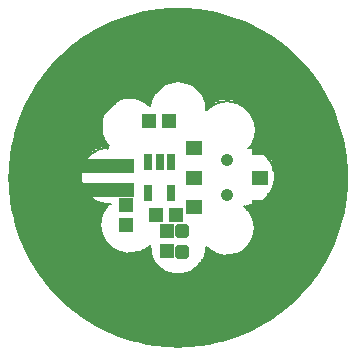
<source format=gbr>
G04 EAGLE Gerber RS-274X export*
G75*
%MOMM*%
%FSLAX34Y34*%
%LPD*%
%INSoldermask Top*%
%IPPOS*%
%AMOC8*
5,1,8,0,0,1.08239X$1,22.5*%
G01*
%ADD10C,6.096000*%
%ADD11C,0.203200*%
%ADD12C,0.127000*%
%ADD13C,0.254000*%
%ADD14R,1.353200X1.203200*%
%ADD15C,1.053200*%
%ADD16R,4.803200X1.203200*%
%ADD17R,3.603200X1.803200*%
%ADD18C,4.267200*%
%ADD19R,0.753200X1.403200*%
%ADD20R,1.603200X0.603200*%
%ADD21R,1.700000X2.000000*%
%ADD22R,1.700000X2.700000*%
%ADD23R,1.203200X1.303200*%
%ADD24C,0.505344*%
%ADD25R,1.303200X1.203200*%
%ADD26C,2.743200*%
%ADD27C,1.203200*%

G36*
X-421Y-164609D02*
X-421Y-164609D01*
X-345Y-164614D01*
X3638Y-164222D01*
X3729Y-164200D01*
X3795Y-164194D01*
X7667Y-163183D01*
X7753Y-163147D01*
X7818Y-163131D01*
X11484Y-161527D01*
X11564Y-161478D01*
X11625Y-161452D01*
X14995Y-159295D01*
X15066Y-159234D01*
X15122Y-159198D01*
X18114Y-156540D01*
X18175Y-156469D01*
X18224Y-156425D01*
X20764Y-153332D01*
X20812Y-153252D01*
X20855Y-153201D01*
X22878Y-149748D01*
X22914Y-149662D01*
X22948Y-149605D01*
X24407Y-145878D01*
X24428Y-145787D01*
X24453Y-145726D01*
X25311Y-141817D01*
X25318Y-141723D01*
X25333Y-141659D01*
X25569Y-137664D01*
X25558Y-137532D01*
X25560Y-137453D01*
X19854Y-99417D01*
X19890Y-99451D01*
X19926Y-99471D01*
X19957Y-99496D01*
X20065Y-99547D01*
X20169Y-99605D01*
X20208Y-99615D01*
X20245Y-99632D01*
X20361Y-99654D01*
X20477Y-99684D01*
X20537Y-99688D01*
X20557Y-99692D01*
X20577Y-99690D01*
X20638Y-99694D01*
X20956Y-99694D01*
X20956Y-106363D01*
X20974Y-106505D01*
X20988Y-106648D01*
X20994Y-106662D01*
X20996Y-106678D01*
X21048Y-106811D01*
X21098Y-106946D01*
X21107Y-106959D01*
X21113Y-106974D01*
X21197Y-107090D01*
X21278Y-107208D01*
X21290Y-107218D01*
X21299Y-107231D01*
X21410Y-107323D01*
X21518Y-107417D01*
X21537Y-107428D01*
X21544Y-107434D01*
X21561Y-107442D01*
X21657Y-107498D01*
X24832Y-109085D01*
X24880Y-109102D01*
X24924Y-109127D01*
X25029Y-109155D01*
X25132Y-109191D01*
X25183Y-109195D01*
X25231Y-109208D01*
X25341Y-109209D01*
X25449Y-109218D01*
X25499Y-109210D01*
X25549Y-109210D01*
X25708Y-109181D01*
X32058Y-107594D01*
X32112Y-107573D01*
X32169Y-107560D01*
X32318Y-107498D01*
X41843Y-102735D01*
X41860Y-102723D01*
X41879Y-102716D01*
X41954Y-102662D01*
X42052Y-102604D01*
X42091Y-102569D01*
X42107Y-102559D01*
X42121Y-102543D01*
X42173Y-102498D01*
X43388Y-101282D01*
X44450Y-101282D01*
X44573Y-101266D01*
X44696Y-101258D01*
X44747Y-101244D01*
X44766Y-101242D01*
X44785Y-101234D01*
X44851Y-101217D01*
X49614Y-99629D01*
X49681Y-99597D01*
X49752Y-99574D01*
X49824Y-99528D01*
X49901Y-99492D01*
X49958Y-99444D01*
X50021Y-99404D01*
X50079Y-99342D01*
X50144Y-99287D01*
X50187Y-99226D01*
X50239Y-99172D01*
X50280Y-99098D01*
X50329Y-99028D01*
X50356Y-98959D01*
X50392Y-98894D01*
X50413Y-98811D01*
X50444Y-98732D01*
X50453Y-98658D01*
X50472Y-98586D01*
X50482Y-98425D01*
X50482Y-90488D01*
X50477Y-90449D01*
X50479Y-90410D01*
X50457Y-90292D01*
X50442Y-90172D01*
X50428Y-90136D01*
X50420Y-90098D01*
X50369Y-89988D01*
X50325Y-89876D01*
X50302Y-89845D01*
X50286Y-89810D01*
X50209Y-89717D01*
X50138Y-89619D01*
X50108Y-89594D01*
X50083Y-89564D01*
X49986Y-89493D01*
X49893Y-89416D01*
X49858Y-89400D01*
X49827Y-89377D01*
X49714Y-89332D01*
X49605Y-89281D01*
X49567Y-89273D01*
X49531Y-89259D01*
X49411Y-89243D01*
X49293Y-89221D01*
X49254Y-89223D01*
X49216Y-89218D01*
X49055Y-89228D01*
X36696Y-90773D01*
X32675Y-89049D01*
X26104Y-84669D01*
X26091Y-84663D01*
X26081Y-84654D01*
X25950Y-84592D01*
X25819Y-84527D01*
X25806Y-84524D01*
X25793Y-84518D01*
X25650Y-84491D01*
X25508Y-84460D01*
X25494Y-84461D01*
X25481Y-84458D01*
X25336Y-84467D01*
X25191Y-84473D01*
X25177Y-84477D01*
X25163Y-84478D01*
X25025Y-84523D01*
X24886Y-84564D01*
X24874Y-84572D01*
X24861Y-84576D01*
X24738Y-84654D01*
X24614Y-84729D01*
X24604Y-84739D01*
X24592Y-84746D01*
X24493Y-84852D01*
X24391Y-84955D01*
X24384Y-84968D01*
X24374Y-84978D01*
X24304Y-85105D01*
X24231Y-85230D01*
X24227Y-85244D01*
X24220Y-85256D01*
X24184Y-85396D01*
X24145Y-85537D01*
X24144Y-85551D01*
X24141Y-85564D01*
X24131Y-85725D01*
X24131Y-86043D01*
X23813Y-86043D01*
X23661Y-86062D01*
X23509Y-86080D01*
X23503Y-86082D01*
X23497Y-86083D01*
X23355Y-86139D01*
X23212Y-86194D01*
X23207Y-86198D01*
X23201Y-86200D01*
X23077Y-86290D01*
X22953Y-86379D01*
X22949Y-86383D01*
X22944Y-86387D01*
X22845Y-86506D01*
X22748Y-86622D01*
X22745Y-86627D01*
X22741Y-86632D01*
X22676Y-86771D01*
X22609Y-86908D01*
X22607Y-86916D01*
X22606Y-86920D01*
X22604Y-86929D01*
X22568Y-87064D01*
X21184Y-93981D01*
X20638Y-93981D01*
X20519Y-93996D01*
X20401Y-94003D01*
X20362Y-94016D01*
X20322Y-94021D01*
X20211Y-94064D01*
X20098Y-94101D01*
X20064Y-94123D01*
X20026Y-94138D01*
X19930Y-94208D01*
X19829Y-94271D01*
X19802Y-94301D01*
X19769Y-94324D01*
X19693Y-94416D01*
X19611Y-94503D01*
X19592Y-94538D01*
X19566Y-94569D01*
X19515Y-94677D01*
X19458Y-94781D01*
X19448Y-94821D01*
X19431Y-94857D01*
X19408Y-94974D01*
X19378Y-95089D01*
X19375Y-95150D01*
X19371Y-95170D01*
X19371Y-95175D01*
X19371Y-95177D01*
X19372Y-95194D01*
X19368Y-95250D01*
X19368Y-97009D01*
X19358Y-96993D01*
X19348Y-96977D01*
X19346Y-96975D01*
X19325Y-96942D01*
X19323Y-96940D01*
X19322Y-96939D01*
X19216Y-96846D01*
X19111Y-96754D01*
X19109Y-96753D01*
X19108Y-96752D01*
X18980Y-96693D01*
X18854Y-96634D01*
X18852Y-96633D01*
X18850Y-96632D01*
X18710Y-96611D01*
X18573Y-96589D01*
X18571Y-96589D01*
X18569Y-96589D01*
X18432Y-96606D01*
X18291Y-96624D01*
X18289Y-96625D01*
X18287Y-96625D01*
X18162Y-96679D01*
X18029Y-96736D01*
X18028Y-96737D01*
X18026Y-96738D01*
X18013Y-96749D01*
X18008Y-96753D01*
X18007Y-96754D01*
X18004Y-96756D01*
X17809Y-96916D01*
X17800Y-96929D01*
X17790Y-96937D01*
X17783Y-96949D01*
X17773Y-96958D01*
X15464Y-99754D01*
X12800Y-102093D01*
X9797Y-103977D01*
X6532Y-105359D01*
X3089Y-106202D01*
X-445Y-106486D01*
X-3978Y-106202D01*
X-7421Y-105359D01*
X-10686Y-103977D01*
X-13689Y-102093D01*
X-16353Y-99754D01*
X-18662Y-96958D01*
X-18663Y-96956D01*
X-18664Y-96955D01*
X-18768Y-96860D01*
X-18839Y-96795D01*
X-18853Y-96782D01*
X-18854Y-96782D01*
X-18872Y-96766D01*
X-18873Y-96765D01*
X-18875Y-96764D01*
X-19005Y-96700D01*
X-19126Y-96640D01*
X-19128Y-96640D01*
X-19130Y-96639D01*
X-19270Y-96614D01*
X-19406Y-96589D01*
X-19408Y-96590D01*
X-19410Y-96589D01*
X-19546Y-96604D01*
X-19689Y-96619D01*
X-19691Y-96619D01*
X-19693Y-96620D01*
X-19820Y-96672D01*
X-19953Y-96725D01*
X-19954Y-96726D01*
X-19956Y-96727D01*
X-20064Y-96812D01*
X-20176Y-96900D01*
X-20177Y-96902D01*
X-20179Y-96903D01*
X-20203Y-96937D01*
X-20204Y-96937D01*
X-20207Y-96943D01*
X-20260Y-97016D01*
X-20343Y-97131D01*
X-20343Y-97133D01*
X-20345Y-97134D01*
X-20350Y-97151D01*
X-20355Y-97164D01*
X-20361Y-97174D01*
X-20385Y-97248D01*
X-20439Y-97398D01*
X-20440Y-97423D01*
X-20447Y-97445D01*
X-20447Y-97449D01*
X-20449Y-97453D01*
X-20956Y-100835D01*
X-20956Y-93663D01*
X-20968Y-93564D01*
X-20971Y-93465D01*
X-20977Y-93444D01*
X-20978Y-93433D01*
X-20989Y-93399D01*
X-20996Y-93347D01*
X-21032Y-93255D01*
X-21060Y-93160D01*
X-21075Y-93133D01*
X-21076Y-93131D01*
X-21086Y-93115D01*
X-21090Y-93108D01*
X-21113Y-93051D01*
X-21171Y-92971D01*
X-21221Y-92886D01*
X-21287Y-92810D01*
X-21299Y-92794D01*
X-21309Y-92786D01*
X-21328Y-92765D01*
X-22543Y-91549D01*
X-22543Y-85725D01*
X-22558Y-85607D01*
X-22566Y-85488D01*
X-22578Y-85450D01*
X-22583Y-85409D01*
X-22627Y-85299D01*
X-22664Y-85186D01*
X-22685Y-85151D01*
X-22700Y-85114D01*
X-22770Y-85018D01*
X-22834Y-84917D01*
X-22863Y-84889D01*
X-22887Y-84856D01*
X-22979Y-84781D01*
X-23065Y-84699D01*
X-23101Y-84679D01*
X-23132Y-84654D01*
X-23240Y-84603D01*
X-23344Y-84545D01*
X-23383Y-84535D01*
X-23420Y-84518D01*
X-23536Y-84496D01*
X-23652Y-84466D01*
X-23712Y-84462D01*
X-23732Y-84458D01*
X-23752Y-84460D01*
X-23813Y-84456D01*
X-26988Y-84456D01*
X-27106Y-84471D01*
X-27224Y-84478D01*
X-27263Y-84491D01*
X-27303Y-84496D01*
X-27414Y-84539D01*
X-27527Y-84576D01*
X-27561Y-84598D01*
X-27599Y-84613D01*
X-27695Y-84683D01*
X-27796Y-84746D01*
X-27823Y-84776D01*
X-27856Y-84799D01*
X-27932Y-84891D01*
X-28014Y-84978D01*
X-28033Y-85013D01*
X-28059Y-85044D01*
X-28110Y-85152D01*
X-28167Y-85256D01*
X-28177Y-85296D01*
X-28194Y-85332D01*
X-28217Y-85449D01*
X-28247Y-85564D01*
X-28250Y-85625D01*
X-28254Y-85645D01*
X-28253Y-85665D01*
X-28257Y-85725D01*
X-28257Y-86043D01*
X-30163Y-86043D01*
X-30281Y-86058D01*
X-30399Y-86066D01*
X-30438Y-86078D01*
X-30478Y-86083D01*
X-30589Y-86127D01*
X-30702Y-86164D01*
X-30736Y-86185D01*
X-30774Y-86200D01*
X-30870Y-86270D01*
X-30971Y-86334D01*
X-30998Y-86363D01*
X-31031Y-86387D01*
X-31107Y-86479D01*
X-31189Y-86565D01*
X-31208Y-86601D01*
X-31234Y-86632D01*
X-31285Y-86740D01*
X-31342Y-86844D01*
X-31352Y-86883D01*
X-31369Y-86920D01*
X-31392Y-87036D01*
X-31422Y-87152D01*
X-31425Y-87212D01*
X-31429Y-87232D01*
X-31429Y-87241D01*
X-31429Y-87243D01*
X-31428Y-87258D01*
X-31432Y-87313D01*
X-31432Y-87631D01*
X-33338Y-87631D01*
X-33341Y-87631D01*
X-33495Y-87641D01*
X-45579Y-89151D01*
X-46728Y-88003D01*
X-46806Y-87942D01*
X-46878Y-87874D01*
X-46931Y-87845D01*
X-46979Y-87808D01*
X-47070Y-87768D01*
X-47156Y-87720D01*
X-47215Y-87705D01*
X-47271Y-87681D01*
X-47369Y-87666D01*
X-47464Y-87641D01*
X-47564Y-87635D01*
X-47585Y-87631D01*
X-47597Y-87633D01*
X-47625Y-87631D01*
X-53975Y-87631D01*
X-54093Y-87646D01*
X-54212Y-87653D01*
X-54250Y-87666D01*
X-54291Y-87671D01*
X-54401Y-87714D01*
X-54514Y-87751D01*
X-54549Y-87773D01*
X-54586Y-87788D01*
X-54682Y-87858D01*
X-54783Y-87921D01*
X-54811Y-87951D01*
X-54844Y-87974D01*
X-54920Y-88066D01*
X-55001Y-88153D01*
X-55021Y-88188D01*
X-55046Y-88219D01*
X-55097Y-88327D01*
X-55155Y-88431D01*
X-55165Y-88471D01*
X-55182Y-88507D01*
X-55204Y-88624D01*
X-55234Y-88739D01*
X-55238Y-88800D01*
X-55242Y-88820D01*
X-55240Y-88840D01*
X-55244Y-88900D01*
X-55244Y-92075D01*
X-55229Y-92193D01*
X-55222Y-92312D01*
X-55209Y-92350D01*
X-55204Y-92391D01*
X-55161Y-92501D01*
X-55124Y-92614D01*
X-55102Y-92649D01*
X-55087Y-92686D01*
X-55018Y-92782D01*
X-54954Y-92883D01*
X-54924Y-92911D01*
X-54901Y-92944D01*
X-54809Y-93020D01*
X-54722Y-93101D01*
X-54687Y-93121D01*
X-54656Y-93146D01*
X-54548Y-93197D01*
X-54444Y-93255D01*
X-54404Y-93265D01*
X-54368Y-93282D01*
X-54251Y-93304D01*
X-54136Y-93334D01*
X-54076Y-93338D01*
X-54056Y-93342D01*
X-54035Y-93340D01*
X-53975Y-93344D01*
X-53067Y-93344D01*
X-50269Y-97542D01*
X-50210Y-97609D01*
X-50159Y-97683D01*
X-50106Y-97729D01*
X-50060Y-97782D01*
X-49987Y-97833D01*
X-49919Y-97892D01*
X-49811Y-97955D01*
X-49799Y-97963D01*
X-49793Y-97966D01*
X-49780Y-97973D01*
X-46605Y-99560D01*
X-46596Y-99563D01*
X-46588Y-99569D01*
X-46439Y-99629D01*
X-41961Y-101122D01*
X-40585Y-102498D01*
X-40542Y-102531D01*
X-40505Y-102571D01*
X-40417Y-102628D01*
X-40334Y-102692D01*
X-40284Y-102714D01*
X-40238Y-102744D01*
X-40089Y-102804D01*
X-35488Y-104338D01*
X-30867Y-107419D01*
X-30747Y-107478D01*
X-30631Y-107542D01*
X-30606Y-107549D01*
X-30582Y-107560D01*
X-30452Y-107588D01*
X-30323Y-107622D01*
X-30286Y-107624D01*
X-30271Y-107627D01*
X-30249Y-107626D01*
X-30163Y-107632D01*
X-22225Y-107632D01*
X-22107Y-107617D01*
X-21988Y-107609D01*
X-21971Y-107604D01*
X-26449Y-137453D01*
X-26450Y-137586D01*
X-26458Y-137664D01*
X-26222Y-141659D01*
X-26204Y-141751D01*
X-26200Y-141817D01*
X-25342Y-145726D01*
X-25310Y-145814D01*
X-25296Y-145878D01*
X-23837Y-149605D01*
X-23791Y-149687D01*
X-23768Y-149748D01*
X-21744Y-153201D01*
X-21686Y-153274D01*
X-21653Y-153332D01*
X-19114Y-156425D01*
X-19045Y-156489D01*
X-19003Y-156540D01*
X-16012Y-159199D01*
X-15934Y-159250D01*
X-15885Y-159295D01*
X-12514Y-161452D01*
X-12429Y-161491D01*
X-12373Y-161528D01*
X-8707Y-163131D01*
X-8617Y-163157D01*
X-8556Y-163184D01*
X-4684Y-164194D01*
X-4591Y-164205D01*
X-4527Y-164222D01*
X-544Y-164614D01*
X-421Y-164609D01*
G37*
G36*
X27106Y33671D02*
X27106Y33671D01*
X27224Y33678D01*
X27263Y33691D01*
X27303Y33696D01*
X27414Y33739D01*
X27527Y33776D01*
X27561Y33798D01*
X27599Y33813D01*
X27695Y33883D01*
X27796Y33946D01*
X27823Y33976D01*
X27856Y33999D01*
X27932Y34091D01*
X28014Y34178D01*
X28033Y34213D01*
X28059Y34244D01*
X28110Y34352D01*
X28167Y34456D01*
X28177Y34496D01*
X28194Y34532D01*
X28217Y34649D01*
X28247Y34764D01*
X28250Y34825D01*
X28254Y34845D01*
X28253Y34865D01*
X28257Y34925D01*
X28257Y36831D01*
X30163Y36831D01*
X30281Y36846D01*
X30399Y36853D01*
X30438Y36866D01*
X30478Y36871D01*
X30589Y36914D01*
X30702Y36951D01*
X30736Y36973D01*
X30774Y36988D01*
X30870Y37058D01*
X30971Y37121D01*
X30998Y37151D01*
X31031Y37174D01*
X31107Y37266D01*
X31189Y37353D01*
X31208Y37388D01*
X31234Y37419D01*
X31285Y37527D01*
X31342Y37631D01*
X31352Y37671D01*
X31369Y37707D01*
X31392Y37824D01*
X31422Y37939D01*
X31425Y38000D01*
X31429Y38020D01*
X31428Y38040D01*
X31432Y38100D01*
X31432Y38418D01*
X33338Y38418D01*
X33456Y38433D01*
X33574Y38441D01*
X33613Y38453D01*
X33653Y38458D01*
X33764Y38502D01*
X33877Y38539D01*
X33911Y38560D01*
X33949Y38575D01*
X34045Y38645D01*
X34146Y38709D01*
X34173Y38738D01*
X34206Y38762D01*
X34282Y38854D01*
X34364Y38940D01*
X34383Y38976D01*
X34409Y39007D01*
X34460Y39115D01*
X34517Y39219D01*
X34527Y39258D01*
X34544Y39295D01*
X34567Y39411D01*
X34597Y39527D01*
X34600Y39587D01*
X34604Y39607D01*
X34603Y39627D01*
X34607Y39688D01*
X34607Y40006D01*
X45653Y40006D01*
X50096Y37044D01*
X50215Y36985D01*
X50331Y36920D01*
X50357Y36914D01*
X50381Y36902D01*
X50511Y36874D01*
X50639Y36841D01*
X50677Y36839D01*
X50692Y36835D01*
X50713Y36836D01*
X50800Y36831D01*
X52388Y36831D01*
X52506Y36846D01*
X52624Y36853D01*
X52663Y36866D01*
X52703Y36871D01*
X52814Y36914D01*
X52927Y36951D01*
X52961Y36973D01*
X52999Y36988D01*
X53095Y37058D01*
X53196Y37121D01*
X53223Y37151D01*
X53256Y37174D01*
X53332Y37266D01*
X53414Y37353D01*
X53433Y37388D01*
X53459Y37419D01*
X53510Y37527D01*
X53567Y37631D01*
X53577Y37671D01*
X53594Y37707D01*
X53617Y37824D01*
X53647Y37939D01*
X53650Y38000D01*
X53654Y38020D01*
X53653Y38040D01*
X53657Y38100D01*
X53657Y42863D01*
X53647Y42936D01*
X53648Y43011D01*
X53628Y43094D01*
X53617Y43178D01*
X53589Y43247D01*
X53572Y43320D01*
X53531Y43395D01*
X53500Y43474D01*
X53456Y43534D01*
X53421Y43600D01*
X53363Y43662D01*
X53313Y43731D01*
X53256Y43779D01*
X53205Y43833D01*
X53134Y43880D01*
X53068Y43934D01*
X53001Y43966D01*
X52938Y44006D01*
X52789Y44067D01*
X48188Y45600D01*
X43567Y48681D01*
X43429Y48750D01*
X43421Y48754D01*
X43342Y48797D01*
X43330Y48800D01*
X43293Y48819D01*
X43287Y48820D01*
X43282Y48823D01*
X43133Y48855D01*
X42983Y48889D01*
X42977Y48888D01*
X42971Y48890D01*
X42884Y48886D01*
X42874Y48887D01*
X42855Y48887D01*
X42834Y48884D01*
X42819Y48884D01*
X42665Y48879D01*
X42659Y48877D01*
X42653Y48877D01*
X42563Y48850D01*
X42544Y48848D01*
X42544Y49213D01*
X42535Y49286D01*
X42536Y49361D01*
X42515Y49444D01*
X42504Y49528D01*
X42477Y49597D01*
X42459Y49670D01*
X42419Y49745D01*
X42387Y49824D01*
X42344Y49884D01*
X42308Y49950D01*
X42251Y50012D01*
X42201Y50081D01*
X42143Y50129D01*
X42093Y50183D01*
X42021Y50230D01*
X41956Y50284D01*
X41888Y50316D01*
X41826Y50356D01*
X41676Y50417D01*
X37198Y51909D01*
X35823Y53285D01*
X35741Y53348D01*
X35666Y53418D01*
X35616Y53445D01*
X35571Y53480D01*
X35477Y53521D01*
X35386Y53570D01*
X35299Y53598D01*
X35279Y53606D01*
X35265Y53609D01*
X35233Y53619D01*
X28883Y55206D01*
X28811Y55215D01*
X28781Y55223D01*
X28779Y55223D01*
X28736Y55234D01*
X28575Y55244D01*
X22225Y55244D01*
X22107Y55229D01*
X21988Y55222D01*
X21950Y55209D01*
X21909Y55204D01*
X21799Y55161D01*
X21686Y55124D01*
X21651Y55102D01*
X21614Y55087D01*
X21518Y55018D01*
X21417Y54954D01*
X21389Y54924D01*
X21356Y54901D01*
X21281Y54809D01*
X21263Y54790D01*
X26004Y86399D01*
X26005Y86532D01*
X26014Y86610D01*
X25778Y90605D01*
X25759Y90697D01*
X25756Y90763D01*
X24898Y94672D01*
X24865Y94760D01*
X24852Y94824D01*
X23393Y98551D01*
X23347Y98633D01*
X23323Y98694D01*
X21299Y102147D01*
X21241Y102220D01*
X21208Y102278D01*
X18669Y105371D01*
X18600Y105435D01*
X18559Y105486D01*
X15567Y108145D01*
X15489Y108196D01*
X15440Y108241D01*
X12069Y110398D01*
X11984Y110437D01*
X11929Y110474D01*
X8262Y112077D01*
X8172Y112103D01*
X8112Y112130D01*
X4239Y113140D01*
X4146Y113151D01*
X4082Y113168D01*
X100Y113560D01*
X8Y113557D01*
X-43Y113557D01*
X-100Y113560D01*
X-4082Y113168D01*
X-4173Y113146D01*
X-4239Y113140D01*
X-8112Y112129D01*
X-8198Y112093D01*
X-8262Y112077D01*
X-11929Y110473D01*
X-12008Y110424D01*
X-12069Y110398D01*
X-15440Y108241D01*
X-15511Y108180D01*
X-15567Y108144D01*
X-18559Y105486D01*
X-18619Y105415D01*
X-18669Y105371D01*
X-21208Y102278D01*
X-21257Y102198D01*
X-21299Y102147D01*
X-23323Y98694D01*
X-23359Y98608D01*
X-23392Y98551D01*
X-24851Y94824D01*
X-24873Y94733D01*
X-24898Y94672D01*
X-25756Y90763D01*
X-25763Y90669D01*
X-25777Y90605D01*
X-26013Y86610D01*
X-26003Y86478D01*
X-26004Y86399D01*
X-21264Y54800D01*
X-21276Y54811D01*
X-21299Y54844D01*
X-21391Y54920D01*
X-21478Y55001D01*
X-21513Y55021D01*
X-21544Y55046D01*
X-21652Y55097D01*
X-21756Y55155D01*
X-21796Y55165D01*
X-21832Y55182D01*
X-21949Y55204D01*
X-22064Y55234D01*
X-22125Y55238D01*
X-22145Y55242D01*
X-22165Y55240D01*
X-22225Y55244D01*
X-31750Y55244D01*
X-31882Y55228D01*
X-32014Y55216D01*
X-32039Y55208D01*
X-32066Y55204D01*
X-32189Y55156D01*
X-32315Y55112D01*
X-32347Y55093D01*
X-32361Y55087D01*
X-32379Y55075D01*
X-32454Y55031D01*
X-35434Y53045D01*
X-35456Y53075D01*
X-35503Y53157D01*
X-35549Y53203D01*
X-35587Y53256D01*
X-35660Y53316D01*
X-35726Y53384D01*
X-35782Y53417D01*
X-35832Y53459D01*
X-35918Y53499D01*
X-35999Y53548D01*
X-36061Y53567D01*
X-36120Y53594D01*
X-36213Y53612D01*
X-36303Y53639D01*
X-36368Y53642D01*
X-36432Y53654D01*
X-36526Y53648D01*
X-36621Y53652D01*
X-36685Y53638D01*
X-36749Y53634D01*
X-36839Y53605D01*
X-36932Y53585D01*
X-37034Y53542D01*
X-37052Y53536D01*
X-37060Y53531D01*
X-37080Y53523D01*
X-43430Y50348D01*
X-43549Y50268D01*
X-43671Y50191D01*
X-43681Y50180D01*
X-43695Y50171D01*
X-43790Y50064D01*
X-43889Y49960D01*
X-43896Y49946D01*
X-43907Y49934D01*
X-43973Y49806D01*
X-44042Y49681D01*
X-44046Y49666D01*
X-44053Y49652D01*
X-44086Y49512D01*
X-44122Y49373D01*
X-44123Y49352D01*
X-44125Y49342D01*
X-44125Y49324D01*
X-44132Y49213D01*
X-44132Y48540D01*
X-48026Y47242D01*
X-48094Y47209D01*
X-48164Y47186D01*
X-48236Y47141D01*
X-48313Y47104D01*
X-48370Y47056D01*
X-48433Y47016D01*
X-48492Y46954D01*
X-48557Y46900D01*
X-48600Y46839D01*
X-48651Y46785D01*
X-48692Y46710D01*
X-48742Y46641D01*
X-48769Y46571D01*
X-48805Y46506D01*
X-48826Y46424D01*
X-48857Y46344D01*
X-48865Y46270D01*
X-48884Y46198D01*
X-48894Y46038D01*
X-48894Y42863D01*
X-48879Y42744D01*
X-48872Y42626D01*
X-48859Y42587D01*
X-48854Y42547D01*
X-48811Y42436D01*
X-48774Y42323D01*
X-48752Y42289D01*
X-48737Y42251D01*
X-48668Y42155D01*
X-48604Y42054D01*
X-48574Y42027D01*
X-48551Y41994D01*
X-48459Y41918D01*
X-48372Y41836D01*
X-48337Y41817D01*
X-48306Y41791D01*
X-48198Y41740D01*
X-48094Y41683D01*
X-48054Y41673D01*
X-48018Y41656D01*
X-47901Y41633D01*
X-47786Y41603D01*
X-47726Y41600D01*
X-47706Y41596D01*
X-47685Y41597D01*
X-47625Y41593D01*
X-30947Y41593D01*
X-29710Y39120D01*
X-29708Y39116D01*
X-29706Y39112D01*
X-29619Y38984D01*
X-29534Y38855D01*
X-29530Y38852D01*
X-29528Y38849D01*
X-29413Y38747D01*
X-29297Y38643D01*
X-29293Y38641D01*
X-29289Y38638D01*
X-29153Y38569D01*
X-29014Y38497D01*
X-29010Y38496D01*
X-29006Y38494D01*
X-28856Y38460D01*
X-28705Y38425D01*
X-28700Y38425D01*
X-28696Y38424D01*
X-28541Y38429D01*
X-28387Y38432D01*
X-28382Y38434D01*
X-28378Y38434D01*
X-28257Y38469D01*
X-28257Y38100D01*
X-28242Y37982D01*
X-28234Y37863D01*
X-28222Y37825D01*
X-28217Y37784D01*
X-28173Y37674D01*
X-28136Y37561D01*
X-28115Y37526D01*
X-28100Y37489D01*
X-28030Y37393D01*
X-27966Y37292D01*
X-27937Y37264D01*
X-27913Y37231D01*
X-27821Y37156D01*
X-27735Y37074D01*
X-27699Y37054D01*
X-27668Y37029D01*
X-27560Y36978D01*
X-27456Y36920D01*
X-27417Y36910D01*
X-27380Y36893D01*
X-27264Y36871D01*
X-27148Y36841D01*
X-27088Y36837D01*
X-27068Y36833D01*
X-27048Y36835D01*
X-26988Y36831D01*
X-23813Y36831D01*
X-23694Y36846D01*
X-23576Y36853D01*
X-23537Y36866D01*
X-23497Y36871D01*
X-23386Y36914D01*
X-23273Y36951D01*
X-23239Y36973D01*
X-23201Y36988D01*
X-23105Y37058D01*
X-23004Y37121D01*
X-22977Y37151D01*
X-22944Y37174D01*
X-22868Y37266D01*
X-22786Y37353D01*
X-22767Y37388D01*
X-22741Y37419D01*
X-22690Y37527D01*
X-22633Y37631D01*
X-22623Y37671D01*
X-22606Y37707D01*
X-22583Y37824D01*
X-22553Y37939D01*
X-22550Y38000D01*
X-22546Y38020D01*
X-22547Y38040D01*
X-22543Y38100D01*
X-22543Y41593D01*
X-22225Y41593D01*
X-22107Y41608D01*
X-21988Y41616D01*
X-21950Y41628D01*
X-21909Y41633D01*
X-21799Y41677D01*
X-21686Y41714D01*
X-21651Y41735D01*
X-21614Y41750D01*
X-21518Y41820D01*
X-21417Y41884D01*
X-21389Y41913D01*
X-21356Y41937D01*
X-21281Y42029D01*
X-21199Y42115D01*
X-21179Y42151D01*
X-21154Y42182D01*
X-21103Y42290D01*
X-21045Y42394D01*
X-21035Y42433D01*
X-21018Y42470D01*
X-20996Y42586D01*
X-20966Y42702D01*
X-20962Y42762D01*
X-20958Y42782D01*
X-20960Y42802D01*
X-20956Y42863D01*
X-20956Y52744D01*
X-20004Y46399D01*
X-20003Y46398D01*
X-20003Y46396D01*
X-19964Y46265D01*
X-19923Y46127D01*
X-19922Y46125D01*
X-19921Y46123D01*
X-19845Y46006D01*
X-19769Y45888D01*
X-19768Y45886D01*
X-19767Y45885D01*
X-19660Y45792D01*
X-19556Y45700D01*
X-19554Y45699D01*
X-19552Y45698D01*
X-19424Y45639D01*
X-19298Y45580D01*
X-19296Y45579D01*
X-19295Y45578D01*
X-19155Y45557D01*
X-19017Y45535D01*
X-19016Y45535D01*
X-19014Y45535D01*
X-18877Y45552D01*
X-18735Y45570D01*
X-18734Y45571D01*
X-18732Y45571D01*
X-18607Y45625D01*
X-18474Y45682D01*
X-18472Y45683D01*
X-18471Y45684D01*
X-18458Y45695D01*
X-18254Y45862D01*
X-18236Y45887D01*
X-18217Y45904D01*
X-15908Y48700D01*
X-13244Y51039D01*
X-10242Y52923D01*
X-6977Y54305D01*
X-3534Y55148D01*
X0Y55432D01*
X3534Y55148D01*
X6977Y54305D01*
X10242Y52923D01*
X13244Y51039D01*
X15908Y48700D01*
X18217Y45904D01*
X18219Y45902D01*
X18220Y45901D01*
X18324Y45806D01*
X18427Y45712D01*
X18429Y45711D01*
X18430Y45710D01*
X18560Y45646D01*
X18682Y45586D01*
X18684Y45586D01*
X18685Y45585D01*
X18826Y45560D01*
X18962Y45535D01*
X18964Y45536D01*
X18965Y45535D01*
X19102Y45550D01*
X19244Y45565D01*
X19246Y45565D01*
X19248Y45566D01*
X19376Y45618D01*
X19508Y45671D01*
X19510Y45672D01*
X19511Y45673D01*
X19619Y45758D01*
X19732Y45846D01*
X19733Y45848D01*
X19734Y45849D01*
X19815Y45962D01*
X19898Y46077D01*
X19899Y46079D01*
X19900Y46080D01*
X19906Y46097D01*
X19994Y46344D01*
X19996Y46375D01*
X20004Y46399D01*
X20956Y52744D01*
X20956Y41275D01*
X20971Y41157D01*
X20978Y41038D01*
X20991Y41000D01*
X20996Y40959D01*
X21039Y40849D01*
X21076Y40736D01*
X21098Y40701D01*
X21113Y40664D01*
X21183Y40568D01*
X21246Y40467D01*
X21276Y40439D01*
X21299Y40406D01*
X21391Y40331D01*
X21478Y40249D01*
X21513Y40229D01*
X21544Y40204D01*
X21652Y40153D01*
X21756Y40095D01*
X21796Y40085D01*
X21832Y40068D01*
X21949Y40046D01*
X22064Y40016D01*
X22125Y40012D01*
X22145Y40008D01*
X22165Y40010D01*
X22225Y40006D01*
X22543Y40006D01*
X22543Y34925D01*
X22558Y34807D01*
X22566Y34688D01*
X22578Y34650D01*
X22583Y34609D01*
X22627Y34499D01*
X22664Y34386D01*
X22685Y34351D01*
X22700Y34314D01*
X22770Y34218D01*
X22834Y34117D01*
X22863Y34089D01*
X22887Y34056D01*
X22979Y33981D01*
X23065Y33899D01*
X23101Y33879D01*
X23132Y33854D01*
X23240Y33803D01*
X23344Y33745D01*
X23383Y33735D01*
X23420Y33718D01*
X23536Y33696D01*
X23652Y33666D01*
X23712Y33662D01*
X23732Y33658D01*
X23752Y33660D01*
X23813Y33656D01*
X26988Y33656D01*
X27106Y33671D01*
G37*
G36*
X66793Y-79042D02*
X66793Y-79042D01*
X66912Y-79034D01*
X66950Y-79022D01*
X66991Y-79017D01*
X67101Y-78973D01*
X67214Y-78936D01*
X67249Y-78915D01*
X67286Y-78900D01*
X67382Y-78830D01*
X67483Y-78766D01*
X67511Y-78737D01*
X67544Y-78713D01*
X67620Y-78621D01*
X67701Y-78535D01*
X67721Y-78499D01*
X67746Y-78468D01*
X67797Y-78360D01*
X67855Y-78256D01*
X67865Y-78217D01*
X67882Y-78180D01*
X67904Y-78064D01*
X67934Y-77948D01*
X67938Y-77888D01*
X67942Y-77868D01*
X67940Y-77848D01*
X67944Y-77788D01*
X67944Y-74294D01*
X69850Y-74294D01*
X69968Y-74279D01*
X70087Y-74272D01*
X70125Y-74259D01*
X70166Y-74254D01*
X70276Y-74211D01*
X70389Y-74174D01*
X70424Y-74152D01*
X70461Y-74137D01*
X70557Y-74068D01*
X70658Y-74004D01*
X70686Y-73974D01*
X70719Y-73951D01*
X70795Y-73859D01*
X70876Y-73772D01*
X70896Y-73737D01*
X70921Y-73706D01*
X70972Y-73598D01*
X71030Y-73494D01*
X71040Y-73454D01*
X71057Y-73418D01*
X71079Y-73301D01*
X71109Y-73186D01*
X71113Y-73126D01*
X71117Y-73106D01*
X71115Y-73085D01*
X71119Y-73025D01*
X71119Y-69532D01*
X71438Y-69532D01*
X71556Y-69517D01*
X71674Y-69509D01*
X71713Y-69497D01*
X71753Y-69492D01*
X71864Y-69448D01*
X71977Y-69411D01*
X72011Y-69390D01*
X72049Y-69375D01*
X72145Y-69305D01*
X72246Y-69241D01*
X72273Y-69212D01*
X72306Y-69188D01*
X72382Y-69096D01*
X72464Y-69010D01*
X72483Y-68974D01*
X72509Y-68943D01*
X72560Y-68835D01*
X72617Y-68731D01*
X72627Y-68692D01*
X72644Y-68655D01*
X72667Y-68539D01*
X72697Y-68423D01*
X72700Y-68363D01*
X72704Y-68343D01*
X72703Y-68323D01*
X72707Y-68263D01*
X72707Y-64769D01*
X74613Y-64769D01*
X74731Y-64754D01*
X74849Y-64747D01*
X74888Y-64734D01*
X74928Y-64729D01*
X75039Y-64686D01*
X75152Y-64649D01*
X75186Y-64627D01*
X75224Y-64612D01*
X75320Y-64543D01*
X75421Y-64479D01*
X75448Y-64449D01*
X75481Y-64426D01*
X75557Y-64334D01*
X75639Y-64247D01*
X75658Y-64212D01*
X75684Y-64181D01*
X75735Y-64073D01*
X75792Y-63969D01*
X75802Y-63929D01*
X75819Y-63893D01*
X75842Y-63776D01*
X75872Y-63661D01*
X75875Y-63601D01*
X75879Y-63581D01*
X75878Y-63560D01*
X75882Y-63500D01*
X75882Y-60007D01*
X76200Y-60007D01*
X76318Y-59992D01*
X76437Y-59984D01*
X76475Y-59972D01*
X76516Y-59967D01*
X76626Y-59923D01*
X76739Y-59886D01*
X76774Y-59865D01*
X76811Y-59850D01*
X76907Y-59780D01*
X77008Y-59716D01*
X77036Y-59687D01*
X77069Y-59663D01*
X77145Y-59571D01*
X77226Y-59485D01*
X77246Y-59449D01*
X77271Y-59418D01*
X77322Y-59310D01*
X77380Y-59206D01*
X77390Y-59167D01*
X77407Y-59130D01*
X77429Y-59014D01*
X77459Y-58898D01*
X77463Y-58838D01*
X77467Y-58818D01*
X77465Y-58798D01*
X77469Y-58738D01*
X77469Y-55244D01*
X79375Y-55244D01*
X79493Y-55229D01*
X79612Y-55222D01*
X79650Y-55209D01*
X79691Y-55204D01*
X79801Y-55161D01*
X79914Y-55124D01*
X79949Y-55102D01*
X79986Y-55087D01*
X80082Y-55018D01*
X80183Y-54954D01*
X80211Y-54924D01*
X80244Y-54901D01*
X80320Y-54809D01*
X80401Y-54722D01*
X80421Y-54687D01*
X80446Y-54656D01*
X80497Y-54548D01*
X80555Y-54444D01*
X80565Y-54404D01*
X80582Y-54368D01*
X80604Y-54251D01*
X80634Y-54136D01*
X80638Y-54076D01*
X80642Y-54056D01*
X80640Y-54035D01*
X80644Y-53975D01*
X80644Y-47307D01*
X80963Y-47307D01*
X81081Y-47292D01*
X81199Y-47284D01*
X81238Y-47272D01*
X81278Y-47267D01*
X81389Y-47223D01*
X81502Y-47186D01*
X81536Y-47165D01*
X81574Y-47150D01*
X81670Y-47080D01*
X81771Y-47016D01*
X81798Y-46987D01*
X81831Y-46963D01*
X81907Y-46871D01*
X81989Y-46785D01*
X82008Y-46749D01*
X82034Y-46718D01*
X82085Y-46610D01*
X82142Y-46506D01*
X82152Y-46467D01*
X82169Y-46430D01*
X82192Y-46314D01*
X82222Y-46198D01*
X82225Y-46138D01*
X82229Y-46118D01*
X82228Y-46098D01*
X82232Y-46038D01*
X82232Y-40957D01*
X82550Y-40957D01*
X82668Y-40942D01*
X82787Y-40934D01*
X82825Y-40922D01*
X82866Y-40917D01*
X82976Y-40873D01*
X83089Y-40836D01*
X83124Y-40815D01*
X83161Y-40800D01*
X83257Y-40730D01*
X83358Y-40666D01*
X83386Y-40637D01*
X83419Y-40613D01*
X83495Y-40521D01*
X83576Y-40435D01*
X83596Y-40399D01*
X83621Y-40368D01*
X83672Y-40260D01*
X83730Y-40156D01*
X83740Y-40117D01*
X83757Y-40080D01*
X83779Y-39964D01*
X83809Y-39848D01*
X83813Y-39788D01*
X83817Y-39768D01*
X83815Y-39748D01*
X83819Y-39688D01*
X83819Y-31750D01*
X83804Y-31632D01*
X83797Y-31513D01*
X83784Y-31475D01*
X83779Y-31434D01*
X83736Y-31324D01*
X83699Y-31211D01*
X83677Y-31176D01*
X83662Y-31139D01*
X83593Y-31043D01*
X83529Y-30942D01*
X83499Y-30914D01*
X83476Y-30881D01*
X83384Y-30806D01*
X83297Y-30724D01*
X83262Y-30704D01*
X83231Y-30679D01*
X83123Y-30628D01*
X83019Y-30570D01*
X82979Y-30560D01*
X82943Y-30543D01*
X82826Y-30521D01*
X82711Y-30491D01*
X82651Y-30487D01*
X82631Y-30483D01*
X82610Y-30485D01*
X82550Y-30481D01*
X80963Y-30481D01*
X80844Y-30496D01*
X80726Y-30503D01*
X80687Y-30516D01*
X80647Y-30521D01*
X80536Y-30564D01*
X80423Y-30601D01*
X80389Y-30623D01*
X80351Y-30638D01*
X80255Y-30708D01*
X80154Y-30771D01*
X80127Y-30801D01*
X80094Y-30824D01*
X80018Y-30916D01*
X79936Y-31003D01*
X79917Y-31038D01*
X79891Y-31069D01*
X79840Y-31177D01*
X79783Y-31281D01*
X79773Y-31321D01*
X79756Y-31357D01*
X79733Y-31474D01*
X79703Y-31589D01*
X79700Y-31650D01*
X79696Y-31670D01*
X79697Y-31690D01*
X79693Y-31750D01*
X79693Y-35243D01*
X79375Y-35243D01*
X79233Y-35261D01*
X79090Y-35276D01*
X79075Y-35281D01*
X79059Y-35283D01*
X78926Y-35336D01*
X78791Y-35385D01*
X78778Y-35394D01*
X78764Y-35400D01*
X78648Y-35484D01*
X78530Y-35566D01*
X78519Y-35578D01*
X78506Y-35587D01*
X78415Y-35698D01*
X78321Y-35806D01*
X78310Y-35824D01*
X78304Y-35832D01*
X78296Y-35849D01*
X78240Y-35945D01*
X77003Y-38418D01*
X76200Y-38418D01*
X76082Y-38433D01*
X75963Y-38441D01*
X75925Y-38453D01*
X75884Y-38458D01*
X75774Y-38502D01*
X75661Y-38539D01*
X75626Y-38560D01*
X75589Y-38575D01*
X75493Y-38645D01*
X75392Y-38709D01*
X75364Y-38738D01*
X75331Y-38762D01*
X75256Y-38854D01*
X75174Y-38940D01*
X75154Y-38976D01*
X75129Y-39007D01*
X75078Y-39115D01*
X75020Y-39219D01*
X75010Y-39258D01*
X74993Y-39295D01*
X74971Y-39411D01*
X74941Y-39527D01*
X74937Y-39587D01*
X74933Y-39607D01*
X74934Y-39624D01*
X74933Y-39630D01*
X74934Y-39638D01*
X74931Y-39688D01*
X74931Y-43181D01*
X73025Y-43181D01*
X72907Y-43196D01*
X72788Y-43203D01*
X72750Y-43216D01*
X72709Y-43221D01*
X72599Y-43264D01*
X72486Y-43301D01*
X72451Y-43323D01*
X72414Y-43338D01*
X72318Y-43408D01*
X72217Y-43471D01*
X72189Y-43501D01*
X72156Y-43524D01*
X72081Y-43616D01*
X71999Y-43703D01*
X71979Y-43738D01*
X71954Y-43769D01*
X71903Y-43877D01*
X71845Y-43981D01*
X71835Y-44021D01*
X71818Y-44057D01*
X71796Y-44174D01*
X71766Y-44289D01*
X71762Y-44350D01*
X71758Y-44370D01*
X71760Y-44390D01*
X71756Y-44450D01*
X71756Y-46356D01*
X66675Y-46356D01*
X66557Y-46371D01*
X66438Y-46378D01*
X66400Y-46391D01*
X66359Y-46396D01*
X66249Y-46439D01*
X66136Y-46476D01*
X66101Y-46498D01*
X66064Y-46513D01*
X65968Y-46583D01*
X65867Y-46646D01*
X65839Y-46676D01*
X65806Y-46699D01*
X65731Y-46791D01*
X65649Y-46878D01*
X65629Y-46913D01*
X65604Y-46944D01*
X65553Y-47052D01*
X65495Y-47156D01*
X65485Y-47196D01*
X65468Y-47232D01*
X65446Y-47349D01*
X65416Y-47464D01*
X65412Y-47525D01*
X65408Y-47545D01*
X65410Y-47565D01*
X65406Y-47625D01*
X65406Y-47943D01*
X60325Y-47943D01*
X60227Y-47956D01*
X60128Y-47959D01*
X60070Y-47976D01*
X60009Y-47983D01*
X59917Y-48020D01*
X59822Y-48047D01*
X59770Y-48078D01*
X59714Y-48100D01*
X59634Y-48158D01*
X59548Y-48209D01*
X59473Y-48275D01*
X59456Y-48287D01*
X59449Y-48296D01*
X59428Y-48315D01*
X57840Y-49903D01*
X57779Y-49981D01*
X57711Y-50053D01*
X57682Y-50106D01*
X57645Y-50154D01*
X57606Y-50245D01*
X57558Y-50331D01*
X57543Y-50390D01*
X57519Y-50446D01*
X57503Y-50544D01*
X57478Y-50639D01*
X57472Y-50739D01*
X57469Y-50760D01*
X57470Y-50772D01*
X57468Y-50800D01*
X57468Y-52388D01*
X57483Y-52506D01*
X57491Y-52624D01*
X57503Y-52663D01*
X57508Y-52703D01*
X57552Y-52814D01*
X57589Y-52927D01*
X57610Y-52961D01*
X57625Y-52999D01*
X57695Y-53095D01*
X57759Y-53196D01*
X57788Y-53223D01*
X57812Y-53256D01*
X57904Y-53332D01*
X57990Y-53414D01*
X58026Y-53433D01*
X58057Y-53459D01*
X58165Y-53510D01*
X58269Y-53567D01*
X58308Y-53577D01*
X58345Y-53594D01*
X58461Y-53617D01*
X58577Y-53647D01*
X58637Y-53650D01*
X58657Y-53654D01*
X58677Y-53653D01*
X58738Y-53657D01*
X60643Y-53657D01*
X60643Y-53975D01*
X60658Y-54093D01*
X60666Y-54212D01*
X60678Y-54250D01*
X60683Y-54291D01*
X60727Y-54402D01*
X60764Y-54514D01*
X60785Y-54549D01*
X60800Y-54586D01*
X60870Y-54682D01*
X60934Y-54783D01*
X60963Y-54811D01*
X60987Y-54844D01*
X61079Y-54920D01*
X61165Y-55001D01*
X61201Y-55021D01*
X61232Y-55046D01*
X61340Y-55097D01*
X61444Y-55155D01*
X61483Y-55165D01*
X61520Y-55182D01*
X61636Y-55204D01*
X61752Y-55234D01*
X61812Y-55238D01*
X61832Y-55242D01*
X61852Y-55240D01*
X61913Y-55244D01*
X63818Y-55244D01*
X63818Y-77788D01*
X63833Y-77906D01*
X63841Y-78024D01*
X63853Y-78063D01*
X63858Y-78103D01*
X63902Y-78214D01*
X63939Y-78327D01*
X63960Y-78361D01*
X63975Y-78399D01*
X64045Y-78495D01*
X64109Y-78596D01*
X64138Y-78623D01*
X64162Y-78656D01*
X64254Y-78732D01*
X64340Y-78814D01*
X64376Y-78833D01*
X64407Y-78859D01*
X64515Y-78910D01*
X64619Y-78967D01*
X64658Y-78977D01*
X64695Y-78994D01*
X64811Y-79017D01*
X64927Y-79047D01*
X64987Y-79050D01*
X65007Y-79054D01*
X65027Y-79053D01*
X65088Y-79057D01*
X66675Y-79057D01*
X66793Y-79042D01*
G37*
G36*
X-66617Y-79046D02*
X-66617Y-79046D01*
X-66478Y-79041D01*
X-66458Y-79036D01*
X-66438Y-79034D01*
X-66306Y-78992D01*
X-66172Y-78953D01*
X-66155Y-78943D01*
X-66136Y-78936D01*
X-66018Y-78862D01*
X-65898Y-78791D01*
X-65877Y-78773D01*
X-65867Y-78766D01*
X-65853Y-78751D01*
X-65778Y-78685D01*
X-64190Y-77098D01*
X-64129Y-77019D01*
X-64061Y-76947D01*
X-64032Y-76894D01*
X-63995Y-76846D01*
X-63956Y-76755D01*
X-63908Y-76669D01*
X-63893Y-76610D01*
X-63869Y-76554D01*
X-63853Y-76456D01*
X-63828Y-76361D01*
X-63822Y-76261D01*
X-63819Y-76240D01*
X-63820Y-76228D01*
X-63818Y-76200D01*
X-63818Y-74613D01*
X-63830Y-74519D01*
X-63832Y-74424D01*
X-63850Y-74362D01*
X-63858Y-74297D01*
X-63893Y-74209D01*
X-63919Y-74118D01*
X-63951Y-74062D01*
X-63975Y-74001D01*
X-64031Y-73925D01*
X-64078Y-73843D01*
X-64124Y-73797D01*
X-64162Y-73744D01*
X-64235Y-73684D01*
X-64301Y-73616D01*
X-64357Y-73583D01*
X-64407Y-73541D01*
X-64493Y-73501D01*
X-64574Y-73452D01*
X-64636Y-73433D01*
X-64695Y-73406D01*
X-64788Y-73388D01*
X-64878Y-73361D01*
X-64943Y-73358D01*
X-65007Y-73346D01*
X-65101Y-73352D01*
X-65196Y-73348D01*
X-65260Y-73362D01*
X-65324Y-73366D01*
X-65406Y-73392D01*
X-65406Y-56832D01*
X-65088Y-56832D01*
X-64969Y-56817D01*
X-64851Y-56809D01*
X-64812Y-56797D01*
X-64772Y-56792D01*
X-64661Y-56748D01*
X-64548Y-56711D01*
X-64514Y-56690D01*
X-64476Y-56675D01*
X-64380Y-56605D01*
X-64279Y-56541D01*
X-64252Y-56512D01*
X-64219Y-56488D01*
X-64143Y-56396D01*
X-64061Y-56310D01*
X-64042Y-56274D01*
X-64016Y-56243D01*
X-63965Y-56135D01*
X-63908Y-56031D01*
X-63898Y-55992D01*
X-63881Y-55955D01*
X-63858Y-55839D01*
X-63828Y-55723D01*
X-63825Y-55663D01*
X-63821Y-55643D01*
X-63822Y-55623D01*
X-63818Y-55563D01*
X-63818Y-53657D01*
X-63500Y-53657D01*
X-63382Y-53642D01*
X-63263Y-53634D01*
X-63225Y-53622D01*
X-63184Y-53617D01*
X-63074Y-53573D01*
X-62961Y-53536D01*
X-62926Y-53515D01*
X-62889Y-53500D01*
X-62793Y-53430D01*
X-62692Y-53366D01*
X-62664Y-53337D01*
X-62631Y-53313D01*
X-62556Y-53221D01*
X-62474Y-53135D01*
X-62454Y-53099D01*
X-62429Y-53068D01*
X-62378Y-52960D01*
X-62320Y-52856D01*
X-62310Y-52817D01*
X-62293Y-52780D01*
X-62271Y-52664D01*
X-62241Y-52548D01*
X-62237Y-52488D01*
X-62233Y-52468D01*
X-62235Y-52448D01*
X-62231Y-52388D01*
X-62231Y-52069D01*
X-61913Y-52069D01*
X-61794Y-52054D01*
X-61676Y-52047D01*
X-61637Y-52034D01*
X-61597Y-52029D01*
X-61486Y-51986D01*
X-61373Y-51949D01*
X-61339Y-51927D01*
X-61301Y-51912D01*
X-61205Y-51843D01*
X-61104Y-51779D01*
X-61077Y-51749D01*
X-61044Y-51726D01*
X-60968Y-51634D01*
X-60886Y-51547D01*
X-60867Y-51512D01*
X-60841Y-51481D01*
X-60790Y-51373D01*
X-60733Y-51269D01*
X-60723Y-51229D01*
X-60706Y-51193D01*
X-60683Y-51076D01*
X-60653Y-50961D01*
X-60650Y-50901D01*
X-60646Y-50881D01*
X-60647Y-50860D01*
X-60643Y-50800D01*
X-60643Y-49213D01*
X-60658Y-49094D01*
X-60666Y-48976D01*
X-60678Y-48937D01*
X-60683Y-48897D01*
X-60727Y-48786D01*
X-60764Y-48673D01*
X-60785Y-48639D01*
X-60800Y-48601D01*
X-60870Y-48505D01*
X-60934Y-48404D01*
X-60963Y-48377D01*
X-60987Y-48344D01*
X-61079Y-48268D01*
X-61165Y-48186D01*
X-61201Y-48167D01*
X-61232Y-48141D01*
X-61340Y-48090D01*
X-61444Y-48033D01*
X-61483Y-48023D01*
X-61520Y-48006D01*
X-61636Y-47983D01*
X-61752Y-47953D01*
X-61812Y-47950D01*
X-61832Y-47946D01*
X-61852Y-47947D01*
X-61913Y-47943D01*
X-66993Y-47943D01*
X-66993Y-46038D01*
X-67008Y-45919D01*
X-67016Y-45801D01*
X-67028Y-45762D01*
X-67033Y-45722D01*
X-67077Y-45611D01*
X-67114Y-45498D01*
X-67135Y-45464D01*
X-67150Y-45426D01*
X-67220Y-45330D01*
X-67284Y-45229D01*
X-67313Y-45202D01*
X-67337Y-45169D01*
X-67429Y-45093D01*
X-67515Y-45011D01*
X-67551Y-44992D01*
X-67582Y-44966D01*
X-67690Y-44915D01*
X-67794Y-44858D01*
X-67833Y-44848D01*
X-67870Y-44831D01*
X-67986Y-44808D01*
X-68102Y-44778D01*
X-68162Y-44775D01*
X-68182Y-44771D01*
X-68202Y-44772D01*
X-68263Y-44768D01*
X-70168Y-44768D01*
X-70168Y-44450D01*
X-70183Y-44332D01*
X-70191Y-44213D01*
X-70203Y-44175D01*
X-70208Y-44134D01*
X-70252Y-44024D01*
X-70289Y-43911D01*
X-70310Y-43876D01*
X-70325Y-43839D01*
X-70395Y-43743D01*
X-70459Y-43642D01*
X-70488Y-43614D01*
X-70512Y-43581D01*
X-70604Y-43506D01*
X-70690Y-43424D01*
X-70726Y-43404D01*
X-70757Y-43379D01*
X-70865Y-43328D01*
X-70969Y-43270D01*
X-71008Y-43260D01*
X-71045Y-43243D01*
X-71161Y-43221D01*
X-71277Y-43191D01*
X-71337Y-43187D01*
X-71357Y-43183D01*
X-71377Y-43185D01*
X-71438Y-43181D01*
X-73343Y-43181D01*
X-73343Y-42863D01*
X-73358Y-42744D01*
X-73366Y-42626D01*
X-73378Y-42587D01*
X-73383Y-42547D01*
X-73427Y-42436D01*
X-73464Y-42323D01*
X-73485Y-42289D01*
X-73500Y-42251D01*
X-73570Y-42155D01*
X-73634Y-42054D01*
X-73663Y-42027D01*
X-73687Y-41994D01*
X-73779Y-41918D01*
X-73865Y-41836D01*
X-73901Y-41817D01*
X-73932Y-41791D01*
X-74040Y-41740D01*
X-74144Y-41683D01*
X-74183Y-41673D01*
X-74220Y-41656D01*
X-74336Y-41633D01*
X-74452Y-41603D01*
X-74512Y-41600D01*
X-74532Y-41596D01*
X-74552Y-41597D01*
X-74613Y-41593D01*
X-76518Y-41593D01*
X-76518Y-41275D01*
X-76533Y-41157D01*
X-76541Y-41038D01*
X-76553Y-41000D01*
X-76558Y-40959D01*
X-76602Y-40849D01*
X-76639Y-40736D01*
X-76660Y-40701D01*
X-76675Y-40664D01*
X-76745Y-40568D01*
X-76809Y-40467D01*
X-76838Y-40439D01*
X-76862Y-40406D01*
X-76954Y-40331D01*
X-77040Y-40249D01*
X-77076Y-40229D01*
X-77107Y-40204D01*
X-77215Y-40153D01*
X-77319Y-40095D01*
X-77358Y-40085D01*
X-77395Y-40068D01*
X-77511Y-40046D01*
X-77627Y-40016D01*
X-77687Y-40012D01*
X-77707Y-40008D01*
X-77727Y-40010D01*
X-77788Y-40006D01*
X-79693Y-40006D01*
X-79693Y-34925D01*
X-79708Y-34807D01*
X-79716Y-34688D01*
X-79728Y-34650D01*
X-79733Y-34609D01*
X-79777Y-34499D01*
X-79814Y-34386D01*
X-79835Y-34351D01*
X-79850Y-34314D01*
X-79920Y-34218D01*
X-79984Y-34117D01*
X-80013Y-34089D01*
X-80037Y-34056D01*
X-80129Y-33981D01*
X-80215Y-33899D01*
X-80251Y-33879D01*
X-80282Y-33854D01*
X-80390Y-33803D01*
X-80494Y-33745D01*
X-80533Y-33735D01*
X-80570Y-33718D01*
X-80686Y-33696D01*
X-80802Y-33666D01*
X-80862Y-33662D01*
X-80882Y-33658D01*
X-80902Y-33660D01*
X-80963Y-33656D01*
X-82550Y-33656D01*
X-82668Y-33671D01*
X-82787Y-33678D01*
X-82825Y-33691D01*
X-82866Y-33696D01*
X-82976Y-33739D01*
X-83089Y-33776D01*
X-83124Y-33798D01*
X-83161Y-33813D01*
X-83257Y-33883D01*
X-83358Y-33946D01*
X-83386Y-33976D01*
X-83419Y-33999D01*
X-83495Y-34091D01*
X-83576Y-34178D01*
X-83596Y-34213D01*
X-83621Y-34244D01*
X-83672Y-34352D01*
X-83730Y-34456D01*
X-83740Y-34496D01*
X-83757Y-34532D01*
X-83779Y-34649D01*
X-83809Y-34764D01*
X-83813Y-34825D01*
X-83817Y-34845D01*
X-83815Y-34865D01*
X-83819Y-34925D01*
X-83819Y-38100D01*
X-83804Y-38218D01*
X-83797Y-38337D01*
X-83784Y-38375D01*
X-83779Y-38416D01*
X-83736Y-38526D01*
X-83699Y-38639D01*
X-83677Y-38674D01*
X-83662Y-38711D01*
X-83593Y-38807D01*
X-83529Y-38908D01*
X-83499Y-38936D01*
X-83476Y-38969D01*
X-83384Y-39045D01*
X-83297Y-39126D01*
X-83262Y-39146D01*
X-83231Y-39171D01*
X-83123Y-39222D01*
X-83019Y-39280D01*
X-82979Y-39290D01*
X-82943Y-39307D01*
X-82826Y-39329D01*
X-82711Y-39359D01*
X-82651Y-39363D01*
X-82631Y-39367D01*
X-82610Y-39365D01*
X-82550Y-39369D01*
X-82232Y-39369D01*
X-82232Y-42863D01*
X-82229Y-42887D01*
X-82231Y-42911D01*
X-82214Y-43071D01*
X-80627Y-52596D01*
X-80623Y-52610D01*
X-80622Y-52624D01*
X-80577Y-52762D01*
X-80536Y-52901D01*
X-80528Y-52913D01*
X-80524Y-52927D01*
X-80446Y-53049D01*
X-80372Y-53173D01*
X-80362Y-53183D01*
X-80354Y-53196D01*
X-80248Y-53295D01*
X-80145Y-53396D01*
X-80133Y-53404D01*
X-80122Y-53414D01*
X-79995Y-53483D01*
X-79870Y-53556D01*
X-79856Y-53560D01*
X-79844Y-53567D01*
X-79704Y-53603D01*
X-79564Y-53643D01*
X-79550Y-53643D01*
X-79536Y-53647D01*
X-79375Y-53657D01*
X-78779Y-53657D01*
X-78204Y-55954D01*
X-78271Y-55986D01*
X-78363Y-56019D01*
X-78414Y-56054D01*
X-78471Y-56080D01*
X-78546Y-56143D01*
X-78626Y-56197D01*
X-78667Y-56244D01*
X-78715Y-56284D01*
X-78772Y-56363D01*
X-78837Y-56436D01*
X-78865Y-56491D01*
X-78901Y-56541D01*
X-78937Y-56632D01*
X-78981Y-56719D01*
X-78995Y-56780D01*
X-79018Y-56837D01*
X-79030Y-56934D01*
X-79051Y-57029D01*
X-79049Y-57091D01*
X-79057Y-57153D01*
X-79044Y-57250D01*
X-79041Y-57347D01*
X-79024Y-57407D01*
X-79016Y-57468D01*
X-78966Y-57621D01*
X-75791Y-65559D01*
X-75767Y-65603D01*
X-75756Y-65634D01*
X-75754Y-65638D01*
X-75749Y-65652D01*
X-75669Y-65792D01*
X-72494Y-70554D01*
X-72464Y-70588D01*
X-72441Y-70627D01*
X-72335Y-70748D01*
X-70959Y-72123D01*
X-69467Y-76601D01*
X-69445Y-76646D01*
X-69431Y-76694D01*
X-69376Y-76789D01*
X-69329Y-76888D01*
X-69297Y-76926D01*
X-69272Y-76970D01*
X-69195Y-77048D01*
X-69125Y-77132D01*
X-69084Y-77161D01*
X-69049Y-77196D01*
X-68955Y-77253D01*
X-68866Y-77317D01*
X-68819Y-77335D01*
X-68777Y-77361D01*
X-68672Y-77392D01*
X-68569Y-77432D01*
X-68520Y-77438D01*
X-68472Y-77452D01*
X-68362Y-77456D01*
X-68254Y-77469D01*
X-68204Y-77463D01*
X-68154Y-77465D01*
X-68047Y-77442D01*
X-67944Y-77428D01*
X-67944Y-77788D01*
X-67927Y-77925D01*
X-67914Y-78064D01*
X-67907Y-78083D01*
X-67904Y-78103D01*
X-67853Y-78232D01*
X-67806Y-78363D01*
X-67795Y-78380D01*
X-67787Y-78399D01*
X-67706Y-78511D01*
X-67628Y-78626D01*
X-67612Y-78640D01*
X-67601Y-78656D01*
X-67493Y-78745D01*
X-67389Y-78837D01*
X-67371Y-78846D01*
X-67356Y-78859D01*
X-67230Y-78918D01*
X-67106Y-78981D01*
X-67086Y-78986D01*
X-67068Y-78994D01*
X-66932Y-79020D01*
X-66796Y-79051D01*
X-66775Y-79050D01*
X-66756Y-79054D01*
X-66617Y-79046D01*
G37*
G36*
X81199Y-20297D02*
X81199Y-20297D01*
X81502Y-20199D01*
X81771Y-20029D01*
X81989Y-19797D01*
X82142Y-19519D01*
X82222Y-19211D01*
X82232Y-19050D01*
X82232Y-3175D01*
X82232Y-3174D01*
X82232Y-3172D01*
X82212Y-3017D01*
X82192Y-2859D01*
X82191Y-2858D01*
X82191Y-2857D01*
X82141Y-2704D01*
X75791Y13171D01*
X75776Y13198D01*
X75769Y13221D01*
X75766Y13225D01*
X75761Y13239D01*
X75696Y13343D01*
X75637Y13450D01*
X75611Y13477D01*
X75597Y13499D01*
X75599Y13502D01*
X75657Y13566D01*
X75691Y13632D01*
X75733Y13692D01*
X75764Y13772D01*
X75803Y13848D01*
X75820Y13920D01*
X75846Y13989D01*
X75856Y14075D01*
X75875Y14158D01*
X75873Y14232D01*
X75882Y14305D01*
X75870Y14390D01*
X75868Y14476D01*
X75848Y14547D01*
X75837Y14620D01*
X75805Y14700D01*
X75781Y14782D01*
X75744Y14846D01*
X75716Y14914D01*
X75628Y15049D01*
X70887Y21371D01*
X67731Y26104D01*
X67692Y26149D01*
X67671Y26182D01*
X67636Y26215D01*
X67566Y26304D01*
X67542Y26322D01*
X67523Y26344D01*
X67417Y26418D01*
X67314Y26497D01*
X67286Y26509D01*
X67262Y26526D01*
X67140Y26571D01*
X67021Y26621D01*
X66991Y26626D01*
X66963Y26636D01*
X66835Y26649D01*
X66706Y26669D01*
X66677Y26666D01*
X66647Y26669D01*
X66519Y26650D01*
X66390Y26637D01*
X66362Y26627D01*
X66332Y26622D01*
X66213Y26572D01*
X66091Y26527D01*
X66067Y26510D01*
X66039Y26499D01*
X65936Y26420D01*
X65878Y26380D01*
X65768Y26471D01*
X65480Y26607D01*
X65168Y26667D01*
X64851Y26647D01*
X64548Y26549D01*
X64279Y26379D01*
X64061Y26147D01*
X63908Y25869D01*
X63828Y25561D01*
X63818Y25400D01*
X63818Y22225D01*
X63821Y22200D01*
X63819Y22176D01*
X63835Y22083D01*
X63841Y21988D01*
X63853Y21950D01*
X63858Y21909D01*
X63867Y21886D01*
X63871Y21862D01*
X63909Y21775D01*
X63939Y21686D01*
X63960Y21651D01*
X63975Y21614D01*
X63990Y21594D01*
X64000Y21571D01*
X64058Y21497D01*
X64109Y21417D01*
X64138Y21389D01*
X64162Y21356D01*
X64181Y21341D01*
X64196Y21321D01*
X64271Y21264D01*
X64340Y21199D01*
X64376Y21179D01*
X64407Y21154D01*
X64429Y21143D01*
X64449Y21128D01*
X64536Y21091D01*
X64619Y21045D01*
X64658Y21035D01*
X64695Y21018D01*
X64719Y21013D01*
X64742Y21004D01*
X64835Y20990D01*
X64927Y20966D01*
X64987Y20962D01*
X65007Y20958D01*
X65027Y20960D01*
X65038Y20959D01*
X65056Y20956D01*
X65066Y20957D01*
X65088Y20956D01*
X65406Y20956D01*
X65406Y9207D01*
X65088Y9207D01*
X64969Y9192D01*
X64851Y9184D01*
X64812Y9172D01*
X64772Y9167D01*
X64661Y9123D01*
X64548Y9086D01*
X64514Y9065D01*
X64476Y9050D01*
X64380Y8980D01*
X64279Y8916D01*
X64252Y8887D01*
X64219Y8863D01*
X64143Y8771D01*
X64061Y8685D01*
X64042Y8649D01*
X64016Y8618D01*
X63965Y8510D01*
X63908Y8406D01*
X63898Y8367D01*
X63881Y8330D01*
X63858Y8214D01*
X63828Y8098D01*
X63825Y8038D01*
X63821Y8018D01*
X63822Y7998D01*
X63818Y7938D01*
X63818Y4444D01*
X63500Y4444D01*
X63382Y4429D01*
X63263Y4422D01*
X63225Y4409D01*
X63184Y4404D01*
X63074Y4361D01*
X62961Y4324D01*
X62926Y4302D01*
X62889Y4287D01*
X62793Y4218D01*
X62692Y4154D01*
X62664Y4124D01*
X62631Y4101D01*
X62556Y4009D01*
X62474Y3922D01*
X62454Y3887D01*
X62429Y3856D01*
X62378Y3748D01*
X62320Y3644D01*
X62310Y3604D01*
X62293Y3568D01*
X62271Y3451D01*
X62241Y3336D01*
X62237Y3276D01*
X62233Y3256D01*
X62235Y3235D01*
X62231Y3175D01*
X62231Y0D01*
X62246Y-118D01*
X62253Y-237D01*
X62266Y-275D01*
X62271Y-316D01*
X62314Y-426D01*
X62351Y-539D01*
X62373Y-574D01*
X62388Y-611D01*
X62458Y-707D01*
X62521Y-808D01*
X62551Y-836D01*
X62574Y-869D01*
X62666Y-945D01*
X62753Y-1026D01*
X62788Y-1046D01*
X62819Y-1071D01*
X62927Y-1122D01*
X63031Y-1180D01*
X63071Y-1190D01*
X63107Y-1207D01*
X63224Y-1229D01*
X63339Y-1259D01*
X63400Y-1263D01*
X63420Y-1267D01*
X63440Y-1265D01*
X63500Y-1269D01*
X70168Y-1269D01*
X70168Y-3175D01*
X70183Y-3293D01*
X70191Y-3412D01*
X70203Y-3450D01*
X70208Y-3491D01*
X70252Y-3601D01*
X70289Y-3714D01*
X70310Y-3749D01*
X70325Y-3786D01*
X70395Y-3882D01*
X70459Y-3983D01*
X70488Y-4011D01*
X70512Y-4044D01*
X70604Y-4120D01*
X70690Y-4201D01*
X70726Y-4221D01*
X70757Y-4246D01*
X70865Y-4297D01*
X70969Y-4355D01*
X71008Y-4365D01*
X71045Y-4382D01*
X71161Y-4404D01*
X71277Y-4434D01*
X71337Y-4438D01*
X71357Y-4442D01*
X71377Y-4440D01*
X71438Y-4444D01*
X74931Y-4444D01*
X74931Y-6350D01*
X74946Y-6468D01*
X74953Y-6587D01*
X74966Y-6625D01*
X74971Y-6666D01*
X75014Y-6776D01*
X75051Y-6889D01*
X75073Y-6924D01*
X75088Y-6961D01*
X75158Y-7057D01*
X75221Y-7158D01*
X75251Y-7186D01*
X75274Y-7219D01*
X75366Y-7295D01*
X75453Y-7376D01*
X75488Y-7396D01*
X75519Y-7421D01*
X75627Y-7472D01*
X75731Y-7530D01*
X75771Y-7540D01*
X75807Y-7557D01*
X75924Y-7579D01*
X76039Y-7609D01*
X76100Y-7613D01*
X76120Y-7617D01*
X76140Y-7615D01*
X76200Y-7619D01*
X76518Y-7619D01*
X76518Y-9525D01*
X76533Y-9643D01*
X76541Y-9762D01*
X76553Y-9800D01*
X76558Y-9841D01*
X76602Y-9951D01*
X76639Y-10064D01*
X76660Y-10099D01*
X76675Y-10136D01*
X76745Y-10232D01*
X76809Y-10333D01*
X76838Y-10361D01*
X76862Y-10394D01*
X76954Y-10470D01*
X77040Y-10551D01*
X77076Y-10571D01*
X77107Y-10596D01*
X77215Y-10647D01*
X77319Y-10705D01*
X77358Y-10715D01*
X77395Y-10732D01*
X77511Y-10754D01*
X77627Y-10784D01*
X77687Y-10788D01*
X77707Y-10792D01*
X77727Y-10790D01*
X77788Y-10794D01*
X79693Y-10794D01*
X79693Y-19050D01*
X79733Y-19366D01*
X79850Y-19661D01*
X80037Y-19919D01*
X80282Y-20121D01*
X80570Y-20257D01*
X80882Y-20317D01*
X81199Y-20297D01*
G37*
G36*
X-79257Y-10779D02*
X-79257Y-10779D01*
X-79138Y-10772D01*
X-79100Y-10759D01*
X-79059Y-10754D01*
X-78949Y-10711D01*
X-78836Y-10674D01*
X-78801Y-10652D01*
X-78764Y-10637D01*
X-78668Y-10568D01*
X-78567Y-10504D01*
X-78539Y-10474D01*
X-78506Y-10451D01*
X-78431Y-10359D01*
X-78349Y-10272D01*
X-78329Y-10237D01*
X-78304Y-10206D01*
X-78253Y-10098D01*
X-78195Y-9994D01*
X-78185Y-9954D01*
X-78168Y-9918D01*
X-78146Y-9801D01*
X-78116Y-9686D01*
X-78112Y-9626D01*
X-78108Y-9606D01*
X-78110Y-9585D01*
X-78106Y-9525D01*
X-78106Y-9207D01*
X-77788Y-9207D01*
X-77669Y-9192D01*
X-77551Y-9184D01*
X-77512Y-9172D01*
X-77472Y-9167D01*
X-77361Y-9123D01*
X-77248Y-9086D01*
X-77214Y-9065D01*
X-77176Y-9050D01*
X-77080Y-8980D01*
X-76979Y-8916D01*
X-76952Y-8887D01*
X-76919Y-8863D01*
X-76843Y-8771D01*
X-76761Y-8685D01*
X-76742Y-8649D01*
X-76716Y-8618D01*
X-76665Y-8510D01*
X-76608Y-8406D01*
X-76598Y-8367D01*
X-76581Y-8330D01*
X-76558Y-8214D01*
X-76528Y-8098D01*
X-76525Y-8038D01*
X-76521Y-8018D01*
X-76522Y-7998D01*
X-76518Y-7938D01*
X-76518Y-6032D01*
X-74613Y-6032D01*
X-74494Y-6017D01*
X-74376Y-6009D01*
X-74337Y-5997D01*
X-74297Y-5992D01*
X-74186Y-5948D01*
X-74073Y-5911D01*
X-74039Y-5890D01*
X-74001Y-5875D01*
X-73905Y-5805D01*
X-73804Y-5741D01*
X-73777Y-5712D01*
X-73744Y-5688D01*
X-73668Y-5596D01*
X-73586Y-5510D01*
X-73567Y-5474D01*
X-73541Y-5443D01*
X-73490Y-5335D01*
X-73433Y-5231D01*
X-73423Y-5192D01*
X-73406Y-5155D01*
X-73383Y-5039D01*
X-73353Y-4923D01*
X-73350Y-4863D01*
X-73346Y-4843D01*
X-73347Y-4823D01*
X-73343Y-4763D01*
X-73343Y-2857D01*
X-71438Y-2857D01*
X-71319Y-2842D01*
X-71201Y-2834D01*
X-71162Y-2822D01*
X-71122Y-2817D01*
X-71011Y-2773D01*
X-70898Y-2736D01*
X-70864Y-2715D01*
X-70826Y-2700D01*
X-70730Y-2630D01*
X-70629Y-2566D01*
X-70602Y-2537D01*
X-70569Y-2513D01*
X-70493Y-2421D01*
X-70411Y-2335D01*
X-70392Y-2299D01*
X-70366Y-2268D01*
X-70315Y-2160D01*
X-70258Y-2056D01*
X-70248Y-2017D01*
X-70231Y-1980D01*
X-70208Y-1864D01*
X-70178Y-1748D01*
X-70175Y-1688D01*
X-70171Y-1668D01*
X-70172Y-1648D01*
X-70168Y-1588D01*
X-70168Y-1269D01*
X-66675Y-1269D01*
X-66557Y-1254D01*
X-66438Y-1247D01*
X-66400Y-1234D01*
X-66359Y-1229D01*
X-66249Y-1186D01*
X-66136Y-1149D01*
X-66101Y-1127D01*
X-66064Y-1112D01*
X-65968Y-1043D01*
X-65867Y-979D01*
X-65839Y-949D01*
X-65806Y-926D01*
X-65731Y-834D01*
X-65649Y-747D01*
X-65629Y-712D01*
X-65604Y-681D01*
X-65553Y-573D01*
X-65495Y-469D01*
X-65485Y-429D01*
X-65468Y-393D01*
X-65446Y-276D01*
X-65416Y-161D01*
X-65412Y-101D01*
X-65408Y-81D01*
X-65410Y-60D01*
X-65406Y0D01*
X-65406Y318D01*
X-61913Y318D01*
X-61794Y333D01*
X-61676Y341D01*
X-61637Y353D01*
X-61597Y358D01*
X-61486Y402D01*
X-61373Y439D01*
X-61339Y460D01*
X-61301Y475D01*
X-61205Y545D01*
X-61104Y609D01*
X-61077Y638D01*
X-61044Y662D01*
X-60968Y754D01*
X-60886Y840D01*
X-60867Y876D01*
X-60841Y907D01*
X-60790Y1015D01*
X-60733Y1119D01*
X-60723Y1158D01*
X-60706Y1195D01*
X-60683Y1311D01*
X-60653Y1427D01*
X-60650Y1487D01*
X-60646Y1507D01*
X-60647Y1527D01*
X-60643Y1588D01*
X-60643Y1906D01*
X-60325Y1906D01*
X-60187Y1923D01*
X-60049Y1936D01*
X-60030Y1943D01*
X-60009Y1946D01*
X-59880Y1997D01*
X-59749Y2044D01*
X-59733Y2055D01*
X-59714Y2063D01*
X-59601Y2144D01*
X-59486Y2222D01*
X-59473Y2238D01*
X-59456Y2249D01*
X-59368Y2357D01*
X-59276Y2461D01*
X-59267Y2479D01*
X-59254Y2494D01*
X-59194Y2620D01*
X-59131Y2744D01*
X-59127Y2764D01*
X-59118Y2782D01*
X-59092Y2918D01*
X-59062Y3054D01*
X-59062Y3075D01*
X-59058Y3095D01*
X-59067Y3233D01*
X-59071Y3372D01*
X-59077Y3392D01*
X-59078Y3412D01*
X-59121Y3544D01*
X-59160Y3678D01*
X-59170Y3695D01*
X-59176Y3714D01*
X-59250Y3832D01*
X-59321Y3952D01*
X-59340Y3973D01*
X-59346Y3983D01*
X-59361Y3997D01*
X-59428Y4073D01*
X-60869Y5514D01*
X-62365Y8505D01*
X-62444Y8624D01*
X-62521Y8746D01*
X-62533Y8756D01*
X-62542Y8770D01*
X-62648Y8865D01*
X-62753Y8964D01*
X-62767Y8971D01*
X-62778Y8982D01*
X-62906Y9048D01*
X-63031Y9117D01*
X-63047Y9121D01*
X-63061Y9128D01*
X-63201Y9161D01*
X-63339Y9197D01*
X-63361Y9198D01*
X-63370Y9200D01*
X-63389Y9200D01*
X-63500Y9207D01*
X-63818Y9207D01*
X-63818Y26988D01*
X-63858Y27303D01*
X-63975Y27599D01*
X-64162Y27856D01*
X-64407Y28059D01*
X-64695Y28194D01*
X-65007Y28254D01*
X-65324Y28234D01*
X-65627Y28136D01*
X-65896Y27966D01*
X-66114Y27735D01*
X-66267Y27456D01*
X-66347Y27148D01*
X-66357Y26988D01*
X-66357Y26669D01*
X-66675Y26669D01*
X-66773Y26657D01*
X-66872Y26654D01*
X-66930Y26637D01*
X-66991Y26629D01*
X-67083Y26593D01*
X-67178Y26565D01*
X-67230Y26535D01*
X-67286Y26512D01*
X-67366Y26454D01*
X-67452Y26404D01*
X-67527Y26338D01*
X-67544Y26326D01*
X-67551Y26316D01*
X-67573Y26298D01*
X-70748Y23123D01*
X-70823Y23025D01*
X-70904Y22932D01*
X-70930Y22888D01*
X-70931Y22887D01*
X-70931Y22885D01*
X-70942Y22871D01*
X-70951Y22852D01*
X-70985Y22793D01*
X-72222Y20319D01*
X-73025Y20319D01*
X-73119Y20307D01*
X-73213Y20305D01*
X-73276Y20288D01*
X-73341Y20279D01*
X-73428Y20245D01*
X-73519Y20219D01*
X-73576Y20186D01*
X-73636Y20162D01*
X-73713Y20107D01*
X-73795Y20059D01*
X-73841Y20014D01*
X-73894Y19976D01*
X-73954Y19903D01*
X-74021Y19836D01*
X-74055Y19781D01*
X-74096Y19731D01*
X-74137Y19645D01*
X-74186Y19564D01*
X-74204Y19502D01*
X-74232Y19443D01*
X-74250Y19350D01*
X-74277Y19259D01*
X-74279Y19194D01*
X-74292Y19131D01*
X-74286Y19036D01*
X-74290Y18942D01*
X-74276Y18878D01*
X-74272Y18813D01*
X-74243Y18723D01*
X-74223Y18631D01*
X-74180Y18528D01*
X-74174Y18511D01*
X-74169Y18502D01*
X-74160Y18482D01*
X-73450Y17061D01*
X-73474Y17052D01*
X-73609Y17002D01*
X-73622Y16993D01*
X-73636Y16987D01*
X-73752Y16903D01*
X-73870Y16822D01*
X-73881Y16810D01*
X-73894Y16801D01*
X-73985Y16690D01*
X-74079Y16582D01*
X-74090Y16563D01*
X-74096Y16556D01*
X-74103Y16542D01*
X-74104Y16541D01*
X-74107Y16535D01*
X-74160Y16443D01*
X-75748Y13268D01*
X-75766Y13216D01*
X-75792Y13169D01*
X-75818Y13067D01*
X-75853Y12968D01*
X-75858Y12913D01*
X-75872Y12861D01*
X-75882Y12700D01*
X-75882Y9207D01*
X-76200Y9207D01*
X-76318Y9192D01*
X-76437Y9184D01*
X-76475Y9172D01*
X-76516Y9167D01*
X-76626Y9123D01*
X-76739Y9086D01*
X-76774Y9065D01*
X-76811Y9050D01*
X-76907Y8980D01*
X-77008Y8916D01*
X-77036Y8887D01*
X-77069Y8863D01*
X-77145Y8771D01*
X-77226Y8685D01*
X-77246Y8649D01*
X-77271Y8618D01*
X-77322Y8510D01*
X-77380Y8406D01*
X-77390Y8367D01*
X-77407Y8330D01*
X-77429Y8214D01*
X-77459Y8098D01*
X-77463Y8038D01*
X-77467Y8018D01*
X-77465Y7998D01*
X-77469Y7938D01*
X-77469Y6032D01*
X-77788Y6032D01*
X-77906Y6017D01*
X-78024Y6009D01*
X-78063Y5997D01*
X-78103Y5992D01*
X-78214Y5948D01*
X-78327Y5911D01*
X-78361Y5890D01*
X-78399Y5875D01*
X-78495Y5805D01*
X-78596Y5741D01*
X-78623Y5712D01*
X-78656Y5688D01*
X-78732Y5596D01*
X-78814Y5510D01*
X-78833Y5474D01*
X-78859Y5443D01*
X-78910Y5335D01*
X-78967Y5231D01*
X-78977Y5192D01*
X-78994Y5155D01*
X-79017Y5039D01*
X-79047Y4923D01*
X-79050Y4863D01*
X-79054Y4843D01*
X-79053Y4823D01*
X-79057Y4763D01*
X-79057Y-318D01*
X-79375Y-318D01*
X-79493Y-333D01*
X-79612Y-341D01*
X-79650Y-353D01*
X-79691Y-358D01*
X-79801Y-402D01*
X-79914Y-439D01*
X-79949Y-460D01*
X-79986Y-475D01*
X-80082Y-545D01*
X-80183Y-609D01*
X-80211Y-638D01*
X-80244Y-662D01*
X-80320Y-754D01*
X-80401Y-840D01*
X-80421Y-876D01*
X-80446Y-907D01*
X-80497Y-1015D01*
X-80555Y-1119D01*
X-80565Y-1158D01*
X-80582Y-1195D01*
X-80604Y-1311D01*
X-80634Y-1427D01*
X-80638Y-1487D01*
X-80642Y-1507D01*
X-80640Y-1527D01*
X-80644Y-1588D01*
X-80644Y-6668D01*
X-80963Y-6668D01*
X-81081Y-6683D01*
X-81199Y-6691D01*
X-81238Y-6703D01*
X-81278Y-6708D01*
X-81389Y-6752D01*
X-81502Y-6789D01*
X-81536Y-6810D01*
X-81574Y-6825D01*
X-81670Y-6895D01*
X-81771Y-6959D01*
X-81798Y-6988D01*
X-81831Y-7012D01*
X-81907Y-7104D01*
X-81989Y-7190D01*
X-82008Y-7226D01*
X-82034Y-7257D01*
X-82085Y-7365D01*
X-82142Y-7469D01*
X-82152Y-7508D01*
X-82169Y-7545D01*
X-82192Y-7661D01*
X-82222Y-7777D01*
X-82225Y-7837D01*
X-82229Y-7857D01*
X-82228Y-7877D01*
X-82232Y-7938D01*
X-82232Y-9525D01*
X-82217Y-9643D01*
X-82209Y-9762D01*
X-82197Y-9800D01*
X-82192Y-9841D01*
X-82148Y-9951D01*
X-82111Y-10064D01*
X-82090Y-10099D01*
X-82075Y-10136D01*
X-82005Y-10232D01*
X-81941Y-10333D01*
X-81912Y-10361D01*
X-81888Y-10394D01*
X-81796Y-10470D01*
X-81710Y-10551D01*
X-81674Y-10571D01*
X-81643Y-10596D01*
X-81535Y-10647D01*
X-81431Y-10705D01*
X-81392Y-10715D01*
X-81355Y-10732D01*
X-81239Y-10754D01*
X-81123Y-10784D01*
X-81063Y-10788D01*
X-81043Y-10792D01*
X-81023Y-10790D01*
X-80963Y-10794D01*
X-79375Y-10794D01*
X-79257Y-10779D01*
G37*
D10*
X-113284Y-25400D02*
X-113250Y-22620D01*
X-113148Y-19841D01*
X-112977Y-17066D01*
X-112739Y-14296D01*
X-112432Y-11533D01*
X-112058Y-8778D01*
X-111616Y-6033D01*
X-111107Y-3299D01*
X-110531Y-579D01*
X-109889Y2126D01*
X-109180Y4814D01*
X-108406Y7485D01*
X-107566Y10135D01*
X-106662Y12764D01*
X-105693Y15370D01*
X-104661Y17952D01*
X-103565Y20507D01*
X-102408Y23035D01*
X-101188Y25534D01*
X-99908Y28002D01*
X-98567Y30437D01*
X-97167Y32840D01*
X-95708Y35207D01*
X-94192Y37537D01*
X-92619Y39830D01*
X-90991Y42083D01*
X-89307Y44296D01*
X-87570Y46467D01*
X-85780Y48594D01*
X-83938Y50677D01*
X-82046Y52714D01*
X-80104Y54704D01*
X-78114Y56646D01*
X-76077Y58538D01*
X-73994Y60380D01*
X-71867Y62170D01*
X-69696Y63907D01*
X-67483Y65591D01*
X-65230Y67219D01*
X-62937Y68792D01*
X-60607Y70308D01*
X-58240Y71767D01*
X-55837Y73167D01*
X-53402Y74508D01*
X-50934Y75788D01*
X-48435Y77008D01*
X-45907Y78165D01*
X-43352Y79261D01*
X-40770Y80293D01*
X-38164Y81262D01*
X-35535Y82166D01*
X-32885Y83006D01*
X-30214Y83780D01*
X-27526Y84489D01*
X-24821Y85131D01*
X-22101Y85707D01*
X-19367Y86216D01*
X-16622Y86658D01*
X-13867Y87032D01*
X-11104Y87339D01*
X-8334Y87577D01*
X-5559Y87748D01*
X-2780Y87850D01*
X0Y87884D01*
X2780Y87850D01*
X5559Y87748D01*
X8334Y87577D01*
X11104Y87339D01*
X13867Y87032D01*
X16622Y86658D01*
X19367Y86216D01*
X22101Y85707D01*
X24821Y85131D01*
X27526Y84489D01*
X30214Y83780D01*
X32885Y83006D01*
X35535Y82166D01*
X38164Y81262D01*
X40770Y80293D01*
X43352Y79261D01*
X45907Y78165D01*
X48435Y77008D01*
X50934Y75788D01*
X53402Y74508D01*
X55837Y73167D01*
X58240Y71767D01*
X60607Y70308D01*
X62937Y68792D01*
X65230Y67219D01*
X67483Y65591D01*
X69696Y63907D01*
X71867Y62170D01*
X73994Y60380D01*
X76077Y58538D01*
X78114Y56646D01*
X80104Y54704D01*
X82046Y52714D01*
X83938Y50677D01*
X85780Y48594D01*
X87570Y46467D01*
X89307Y44296D01*
X90991Y42083D01*
X92619Y39830D01*
X94192Y37537D01*
X95708Y35207D01*
X97167Y32840D01*
X98567Y30437D01*
X99908Y28002D01*
X101188Y25534D01*
X102408Y23035D01*
X103565Y20507D01*
X104661Y17952D01*
X105693Y15370D01*
X106662Y12764D01*
X107566Y10135D01*
X108406Y7485D01*
X109180Y4814D01*
X109889Y2126D01*
X110531Y-579D01*
X111107Y-3299D01*
X111616Y-6033D01*
X112058Y-8778D01*
X112432Y-11533D01*
X112739Y-14296D01*
X112977Y-17066D01*
X113148Y-19841D01*
X113250Y-22620D01*
X113284Y-25400D01*
X113250Y-28180D01*
X113148Y-30959D01*
X112977Y-33734D01*
X112739Y-36504D01*
X112432Y-39267D01*
X112058Y-42022D01*
X111616Y-44767D01*
X111107Y-47501D01*
X110531Y-50221D01*
X109889Y-52926D01*
X109180Y-55614D01*
X108406Y-58285D01*
X107566Y-60935D01*
X106662Y-63564D01*
X105693Y-66170D01*
X104661Y-68752D01*
X103565Y-71307D01*
X102408Y-73835D01*
X101188Y-76334D01*
X99908Y-78802D01*
X98567Y-81237D01*
X97167Y-83640D01*
X95708Y-86007D01*
X94192Y-88337D01*
X92619Y-90630D01*
X90991Y-92883D01*
X89307Y-95096D01*
X87570Y-97267D01*
X85780Y-99394D01*
X83938Y-101477D01*
X82046Y-103514D01*
X80104Y-105504D01*
X78114Y-107446D01*
X76077Y-109338D01*
X73994Y-111180D01*
X71867Y-112970D01*
X69696Y-114707D01*
X67483Y-116391D01*
X65230Y-118019D01*
X62937Y-119592D01*
X60607Y-121108D01*
X58240Y-122567D01*
X55837Y-123967D01*
X53402Y-125308D01*
X50934Y-126588D01*
X48435Y-127808D01*
X45907Y-128965D01*
X43352Y-130061D01*
X40770Y-131093D01*
X38164Y-132062D01*
X35535Y-132966D01*
X32885Y-133806D01*
X30214Y-134580D01*
X27526Y-135289D01*
X24821Y-135931D01*
X22101Y-136507D01*
X19367Y-137016D01*
X16622Y-137458D01*
X13867Y-137832D01*
X11104Y-138139D01*
X8334Y-138377D01*
X5559Y-138548D01*
X2780Y-138650D01*
X0Y-138684D01*
X-2780Y-138650D01*
X-5559Y-138548D01*
X-8334Y-138377D01*
X-11104Y-138139D01*
X-13867Y-137832D01*
X-16622Y-137458D01*
X-19367Y-137016D01*
X-22101Y-136507D01*
X-24821Y-135931D01*
X-27526Y-135289D01*
X-30214Y-134580D01*
X-32885Y-133806D01*
X-35535Y-132966D01*
X-38164Y-132062D01*
X-40770Y-131093D01*
X-43352Y-130061D01*
X-45907Y-128965D01*
X-48435Y-127808D01*
X-50934Y-126588D01*
X-53402Y-125308D01*
X-55837Y-123967D01*
X-58240Y-122567D01*
X-60607Y-121108D01*
X-62937Y-119592D01*
X-65230Y-118019D01*
X-67483Y-116391D01*
X-69696Y-114707D01*
X-71867Y-112970D01*
X-73994Y-111180D01*
X-76077Y-109338D01*
X-78114Y-107446D01*
X-80104Y-105504D01*
X-82046Y-103514D01*
X-83938Y-101477D01*
X-85780Y-99394D01*
X-87570Y-97267D01*
X-89307Y-95096D01*
X-90991Y-92883D01*
X-92619Y-90630D01*
X-94192Y-88337D01*
X-95708Y-86007D01*
X-97167Y-83640D01*
X-98567Y-81237D01*
X-99908Y-78802D01*
X-101188Y-76334D01*
X-102408Y-73835D01*
X-103565Y-71307D01*
X-104661Y-68752D01*
X-105693Y-66170D01*
X-106662Y-63564D01*
X-107566Y-60935D01*
X-108406Y-58285D01*
X-109180Y-55614D01*
X-109889Y-52926D01*
X-110531Y-50221D01*
X-111107Y-47501D01*
X-111616Y-44767D01*
X-112058Y-42022D01*
X-112432Y-39267D01*
X-112739Y-36504D01*
X-112977Y-33734D01*
X-113148Y-30959D01*
X-113250Y-28180D01*
X-113284Y-25400D01*
D11*
X-58738Y1587D02*
X-59138Y2017D01*
X-59528Y2457D01*
X-59908Y2906D01*
X-60276Y3365D01*
X-60633Y3832D01*
X-60978Y4307D01*
X-61312Y4791D01*
X-61634Y5283D01*
X-61944Y5783D01*
X-62242Y6290D01*
X-62527Y6804D01*
X-62799Y7325D01*
X-63059Y7852D01*
X-63306Y8386D01*
X-63540Y8925D01*
X-63760Y9470D01*
X-63968Y10020D01*
X-64162Y10575D01*
X-64342Y11135D01*
X-64508Y11699D01*
X-64661Y12266D01*
X-64800Y12838D01*
X-64925Y13412D01*
X-65036Y13990D01*
X-65133Y14569D01*
X-65216Y15151D01*
X-65284Y15735D01*
X-65338Y16321D01*
X-65378Y16907D01*
X-65404Y17495D01*
X-65415Y18082D01*
X-65412Y18670D01*
X-65395Y19258D01*
X-65364Y19845D01*
X-65318Y20431D01*
X-65258Y21016D01*
X-65183Y21599D01*
X-65095Y22180D01*
X-64992Y22759D01*
X-64876Y23335D01*
X-64745Y23909D01*
X-64600Y24478D01*
X-64442Y25045D01*
X-64270Y25607D01*
X-64084Y26164D01*
X-63885Y26718D01*
X-63672Y27266D01*
X-63446Y27808D01*
X-63207Y28345D01*
X-62954Y28876D01*
X-62689Y29401D01*
X-62412Y29919D01*
X-62121Y30431D01*
X-61819Y30935D01*
X-61504Y31431D01*
X-61177Y31920D01*
X-60838Y32400D01*
X-60488Y32873D01*
X-60126Y33336D01*
X-59754Y33791D01*
X-59370Y34236D01*
X-58975Y34672D01*
X-58570Y35098D01*
X-58155Y35514D01*
X-57730Y35920D01*
X-57295Y36316D01*
X-56850Y36700D01*
X-56397Y37074D01*
X-55934Y37437D01*
X-55462Y37788D01*
X-54983Y38128D01*
X-54495Y38456D01*
X-53999Y38772D01*
X-53496Y39075D01*
X-52985Y39367D01*
X-52467Y39646D01*
X-51943Y39912D01*
X-51413Y40165D01*
X-50876Y40406D01*
X-50334Y40633D01*
X-49786Y40847D01*
X-49234Y41047D01*
X-48676Y41234D01*
X-48115Y41408D01*
X-47549Y41568D01*
X-46979Y41713D01*
X-46406Y41845D01*
X-45830Y41963D01*
X-45252Y42067D01*
X-44671Y42157D01*
X-44088Y42233D01*
X-43503Y42294D01*
X-42917Y42341D01*
X-42330Y42374D01*
X-41743Y42392D01*
X-41155Y42397D01*
X-40567Y42387D01*
X-39979Y42362D01*
X-39393Y42324D01*
X-38807Y42271D01*
X-38223Y42203D01*
X-37641Y42122D01*
X-37061Y42026D01*
X-36483Y41917D01*
X-35909Y41793D01*
X-35337Y41655D01*
X-34769Y41504D01*
X-34205Y41338D01*
X-33645Y41159D01*
X-33089Y40967D01*
X-32539Y40761D01*
X-31993Y40541D01*
X-31453Y40309D01*
X-30919Y40063D01*
X-30391Y39804D01*
X-29870Y39533D01*
X-29355Y39249D01*
X-28847Y38952D01*
X-28347Y38644D01*
X-27855Y38323D01*
X-27370Y37990D01*
X-26893Y37646D01*
X-26426Y37290D01*
X-25966Y36922D01*
X-25516Y36544D01*
X-25076Y36155D01*
X-24645Y35755D01*
X-24224Y35345D01*
X-23812Y34925D01*
X-60325Y-1D02*
X-60909Y-47D01*
X-61492Y-107D01*
X-62073Y-182D01*
X-62652Y-271D01*
X-63228Y-374D01*
X-63802Y-492D01*
X-64373Y-623D01*
X-64940Y-768D01*
X-65504Y-927D01*
X-66064Y-1100D01*
X-66619Y-1287D01*
X-67169Y-1487D01*
X-67715Y-1701D01*
X-68255Y-1928D01*
X-68789Y-2168D01*
X-69317Y-2421D01*
X-69839Y-2687D01*
X-70354Y-2966D01*
X-70862Y-3257D01*
X-71363Y-3561D01*
X-71856Y-3877D01*
X-72342Y-4205D01*
X-72819Y-4545D01*
X-73287Y-4896D01*
X-73747Y-5259D01*
X-74198Y-5633D01*
X-74639Y-6017D01*
X-75071Y-6413D01*
X-75493Y-6819D01*
X-75905Y-7235D01*
X-76307Y-7662D01*
X-76698Y-8098D01*
X-77079Y-8543D01*
X-77448Y-8998D01*
X-77806Y-9462D01*
X-78152Y-9934D01*
X-78487Y-10414D01*
X-78810Y-10903D01*
X-79121Y-11400D01*
X-79419Y-11904D01*
X-79705Y-12415D01*
X-79978Y-12933D01*
X-80239Y-13457D01*
X-80487Y-13988D01*
X-80721Y-14525D01*
X-80943Y-15067D01*
X-81151Y-15615D01*
X-81345Y-16167D01*
X-81526Y-16724D01*
X-81693Y-17286D01*
X-81846Y-17851D01*
X-81986Y-18420D01*
X-82111Y-18992D01*
X-82222Y-19567D01*
X-82319Y-20145D01*
X-82402Y-20724D01*
X-82471Y-21306D01*
X-82525Y-21889D01*
X-82565Y-22474D01*
X-82591Y-23059D01*
X-82602Y-23644D01*
X-82599Y-24230D01*
X-82582Y-24816D01*
X-82550Y-25400D01*
X-82504Y-25984D01*
X-82444Y-26567D01*
X-82369Y-27148D01*
X-82280Y-27727D01*
X-82177Y-28303D01*
X-82059Y-28877D01*
X-81928Y-29448D01*
X-81783Y-30015D01*
X-81624Y-30579D01*
X-81451Y-31139D01*
X-81264Y-31694D01*
X-81064Y-32244D01*
X-80850Y-32790D01*
X-80623Y-33330D01*
X-80383Y-33864D01*
X-80130Y-34392D01*
X-79864Y-34914D01*
X-79585Y-35429D01*
X-79294Y-35937D01*
X-78990Y-36438D01*
X-78674Y-36931D01*
X-78346Y-37417D01*
X-78006Y-37894D01*
X-77655Y-38362D01*
X-77292Y-38822D01*
X-76918Y-39273D01*
X-76534Y-39714D01*
X-76138Y-40146D01*
X-75732Y-40568D01*
X-75316Y-40980D01*
X-74889Y-41382D01*
X-74453Y-41773D01*
X-74008Y-42154D01*
X-73553Y-42523D01*
X-73089Y-42881D01*
X-72617Y-43227D01*
X-72137Y-43562D01*
X-71648Y-43885D01*
X-71151Y-44196D01*
X-70647Y-44494D01*
X-70136Y-44780D01*
X-69618Y-45053D01*
X-69094Y-45314D01*
X-68563Y-45562D01*
X-68026Y-45796D01*
X-67484Y-46018D01*
X-66936Y-46226D01*
X-66384Y-46420D01*
X-65827Y-46601D01*
X-65265Y-46768D01*
X-64700Y-46921D01*
X-64131Y-47061D01*
X-63559Y-47186D01*
X-62984Y-47297D01*
X-62406Y-47394D01*
X-61827Y-47477D01*
X-61245Y-47546D01*
X-60662Y-47600D01*
X-60077Y-47640D01*
X-59492Y-47666D01*
X-58907Y-47677D01*
X-58321Y-47674D01*
X-57735Y-47657D01*
X-57151Y-47625D01*
X-58738Y-47625D02*
X-59158Y-48056D01*
X-59567Y-48496D01*
X-59966Y-48947D01*
X-60353Y-49406D01*
X-60730Y-49876D01*
X-61094Y-50354D01*
X-61447Y-50841D01*
X-61788Y-51336D01*
X-62117Y-51840D01*
X-62433Y-52351D01*
X-62737Y-52870D01*
X-63028Y-53397D01*
X-63307Y-53930D01*
X-63572Y-54470D01*
X-63824Y-55016D01*
X-64062Y-55568D01*
X-64287Y-56126D01*
X-64499Y-56689D01*
X-64696Y-57257D01*
X-64880Y-57829D01*
X-65050Y-58406D01*
X-65206Y-58987D01*
X-65347Y-59572D01*
X-65474Y-60159D01*
X-65587Y-60750D01*
X-65685Y-61344D01*
X-65769Y-61939D01*
X-65839Y-62536D01*
X-65894Y-63135D01*
X-65934Y-63735D01*
X-65960Y-64336D01*
X-65971Y-64938D01*
X-65967Y-65539D01*
X-65949Y-66140D01*
X-65916Y-66741D01*
X-65868Y-67340D01*
X-65806Y-67938D01*
X-65729Y-68535D01*
X-65638Y-69129D01*
X-65532Y-69721D01*
X-65412Y-70311D01*
X-65278Y-70897D01*
X-65130Y-71480D01*
X-64967Y-72059D01*
X-64790Y-72634D01*
X-64599Y-73204D01*
X-64395Y-73770D01*
X-64176Y-74330D01*
X-63945Y-74885D01*
X-63699Y-75434D01*
X-63441Y-75977D01*
X-63169Y-76514D01*
X-62884Y-77043D01*
X-62587Y-77566D01*
X-62277Y-78081D01*
X-61954Y-78589D01*
X-61619Y-79088D01*
X-61272Y-79580D01*
X-60913Y-80062D01*
X-60543Y-80536D01*
X-60161Y-81001D01*
X-59768Y-81456D01*
X-59364Y-81901D01*
X-58949Y-82337D01*
X-58524Y-82762D01*
X-58088Y-83177D01*
X-57643Y-83581D01*
X-57188Y-83974D01*
X-56723Y-84356D01*
X-56249Y-84726D01*
X-55767Y-85085D01*
X-55275Y-85432D01*
X-54776Y-85767D01*
X-54268Y-86090D01*
X-53753Y-86400D01*
X-53230Y-86697D01*
X-52701Y-86982D01*
X-52164Y-87254D01*
X-51621Y-87512D01*
X-51072Y-87758D01*
X-50517Y-87989D01*
X-49957Y-88208D01*
X-49391Y-88412D01*
X-48821Y-88603D01*
X-48246Y-88780D01*
X-47667Y-88943D01*
X-47084Y-89091D01*
X-46498Y-89225D01*
X-45908Y-89345D01*
X-45316Y-89451D01*
X-44722Y-89542D01*
X-44125Y-89619D01*
X-43527Y-89681D01*
X-42928Y-89729D01*
X-42327Y-89762D01*
X-41726Y-89780D01*
X-41125Y-89784D01*
X-40523Y-89773D01*
X-39922Y-89747D01*
X-39322Y-89707D01*
X-38723Y-89652D01*
X-38126Y-89582D01*
X-37531Y-89498D01*
X-36937Y-89400D01*
X-36346Y-89287D01*
X-35759Y-89160D01*
X-35174Y-89019D01*
X-34593Y-88863D01*
X-34016Y-88693D01*
X-33444Y-88509D01*
X-32876Y-88312D01*
X-32313Y-88100D01*
X-31755Y-87875D01*
X-31203Y-87637D01*
X-30657Y-87385D01*
X-30117Y-87120D01*
X-29584Y-86841D01*
X-29057Y-86550D01*
X-28538Y-86246D01*
X-28027Y-85930D01*
X-27523Y-85601D01*
X-27028Y-85260D01*
X-26541Y-84907D01*
X-26063Y-84543D01*
X-25593Y-84166D01*
X-25134Y-83779D01*
X-24683Y-83380D01*
X-24243Y-82971D01*
X-23812Y-82551D01*
X-23812Y-82550D02*
X-23844Y-83133D01*
X-23861Y-83717D01*
X-23864Y-84301D01*
X-23853Y-84884D01*
X-23828Y-85468D01*
X-23788Y-86050D01*
X-23734Y-86631D01*
X-23666Y-87211D01*
X-23584Y-87789D01*
X-23487Y-88365D01*
X-23377Y-88938D01*
X-23252Y-89508D01*
X-23113Y-90076D01*
X-22961Y-90639D01*
X-22795Y-91199D01*
X-22615Y-91754D01*
X-22422Y-92305D01*
X-22215Y-92851D01*
X-21995Y-93392D01*
X-21762Y-93927D01*
X-21516Y-94456D01*
X-21257Y-94979D01*
X-20985Y-95496D01*
X-20700Y-96006D01*
X-20403Y-96509D01*
X-20094Y-97004D01*
X-19773Y-97491D01*
X-19440Y-97971D01*
X-19096Y-98442D01*
X-18740Y-98905D01*
X-18373Y-99359D01*
X-17994Y-99803D01*
X-17605Y-100239D01*
X-17206Y-100664D01*
X-16796Y-101080D01*
X-16376Y-101486D01*
X-15946Y-101881D01*
X-15507Y-102265D01*
X-15058Y-102639D01*
X-14601Y-103002D01*
X-14135Y-103353D01*
X-13660Y-103693D01*
X-13177Y-104021D01*
X-12686Y-104337D01*
X-12188Y-104641D01*
X-11682Y-104932D01*
X-11169Y-105211D01*
X-10650Y-105478D01*
X-10124Y-105732D01*
X-9592Y-105972D01*
X-9055Y-106200D01*
X-8512Y-106415D01*
X-7963Y-106616D01*
X-7411Y-106803D01*
X-6853Y-106977D01*
X-6292Y-107138D01*
X-5727Y-107284D01*
X-5158Y-107417D01*
X-4587Y-107536D01*
X-4012Y-107640D01*
X-3436Y-107731D01*
X-2857Y-107807D01*
X-2277Y-107870D01*
X-1695Y-107918D01*
X-1112Y-107951D01*
X-528Y-107971D01*
X55Y-107976D01*
X639Y-107967D01*
X1222Y-107943D01*
X1805Y-107906D01*
X2386Y-107854D01*
X2967Y-107787D01*
X3545Y-107707D01*
X4121Y-107613D01*
X4694Y-107504D01*
X5265Y-107381D01*
X5833Y-107245D01*
X6397Y-107094D01*
X6957Y-106930D01*
X7513Y-106752D01*
X8065Y-106561D01*
X8611Y-106356D01*
X9153Y-106138D01*
X9689Y-105907D01*
X10219Y-105662D01*
X10743Y-105405D01*
X11261Y-105135D01*
X11771Y-104852D01*
X12275Y-104557D01*
X12772Y-104250D01*
X13260Y-103930D01*
X13741Y-103599D01*
X14213Y-103256D01*
X14677Y-102902D01*
X15132Y-102536D01*
X15578Y-102159D01*
X16015Y-101772D01*
X16442Y-101374D01*
X16859Y-100965D01*
X17266Y-100547D01*
X17663Y-100118D01*
X18049Y-99680D01*
X18424Y-99233D01*
X18788Y-98777D01*
X19141Y-98312D01*
X19482Y-97838D01*
X19812Y-97356D01*
X20130Y-96867D01*
X20435Y-96369D01*
X20729Y-95864D01*
X21010Y-95353D01*
X21278Y-94834D01*
X21534Y-94309D01*
X21776Y-93778D01*
X22006Y-93242D01*
X22222Y-92699D01*
X22425Y-92152D01*
X22615Y-91600D01*
X22791Y-91043D01*
X22953Y-90482D01*
X23101Y-89918D01*
X23236Y-89350D01*
X23357Y-88779D01*
X23463Y-88205D01*
X23556Y-87628D01*
X23634Y-87050D01*
X23699Y-86469D01*
X23749Y-85888D01*
X23784Y-85305D01*
X23806Y-84722D01*
X23813Y-84138D01*
X23812Y-84138D02*
X24217Y-84553D01*
X24632Y-84959D01*
X25057Y-85354D01*
X25492Y-85738D01*
X25936Y-86112D01*
X26389Y-86475D01*
X26851Y-86826D01*
X27321Y-87166D01*
X27799Y-87495D01*
X28285Y-87811D01*
X28779Y-88116D01*
X29281Y-88408D01*
X29789Y-88688D01*
X30304Y-88956D01*
X30825Y-89210D01*
X31353Y-89452D01*
X31886Y-89681D01*
X32424Y-89897D01*
X32968Y-90099D01*
X33517Y-90288D01*
X34070Y-90464D01*
X34627Y-90626D01*
X35188Y-90774D01*
X35753Y-90909D01*
X36320Y-91029D01*
X36891Y-91136D01*
X37463Y-91228D01*
X38038Y-91307D01*
X38615Y-91371D01*
X39193Y-91422D01*
X39772Y-91458D01*
X40352Y-91479D01*
X40932Y-91487D01*
X41513Y-91480D01*
X42092Y-91459D01*
X42672Y-91424D01*
X43250Y-91375D01*
X43827Y-91312D01*
X44402Y-91234D01*
X44975Y-91143D01*
X45545Y-91037D01*
X46113Y-90917D01*
X46678Y-90784D01*
X47239Y-90636D01*
X47797Y-90475D01*
X48350Y-90301D01*
X48899Y-90113D01*
X49443Y-89911D01*
X49982Y-89696D01*
X50516Y-89468D01*
X51043Y-89227D01*
X51565Y-88973D01*
X52081Y-88707D01*
X52589Y-88428D01*
X53091Y-88136D01*
X53585Y-87832D01*
X54072Y-87516D01*
X54551Y-87189D01*
X55022Y-86849D01*
X55484Y-86499D01*
X55938Y-86137D01*
X56382Y-85764D01*
X56817Y-85380D01*
X57243Y-84986D01*
X57659Y-84581D01*
X58065Y-84166D01*
X58460Y-83742D01*
X58845Y-83308D01*
X59220Y-82864D01*
X59583Y-82412D01*
X59935Y-81951D01*
X60276Y-81481D01*
X60605Y-81003D01*
X60922Y-80517D01*
X61227Y-80023D01*
X61520Y-79523D01*
X61801Y-79015D01*
X62069Y-78500D01*
X62325Y-77979D01*
X62567Y-77452D01*
X62797Y-76919D01*
X63013Y-76381D01*
X63216Y-75837D01*
X63406Y-75289D01*
X63582Y-74736D01*
X63745Y-74179D01*
X63894Y-73618D01*
X64029Y-73054D01*
X64150Y-72486D01*
X64258Y-71916D01*
X64351Y-71343D01*
X64430Y-70768D01*
X64495Y-70192D01*
X64546Y-69614D01*
X64583Y-69035D01*
X64606Y-68455D01*
X64614Y-67875D01*
X64608Y-67294D01*
X64588Y-66715D01*
X64554Y-66135D01*
X64505Y-65557D01*
X64442Y-64980D01*
X64366Y-64405D01*
X64275Y-63832D01*
X64170Y-63261D01*
X64051Y-62693D01*
X63918Y-62128D01*
X63771Y-61567D01*
X63611Y-61009D01*
X63437Y-60456D01*
X63250Y-59906D01*
X63049Y-59362D01*
X62835Y-58823D01*
X62607Y-58289D01*
X62367Y-57761D01*
X62114Y-57239D01*
X61848Y-56723D01*
X61569Y-56214D01*
X61278Y-55712D01*
X60975Y-55217D01*
X60660Y-54730D01*
X60333Y-54250D01*
X59994Y-53779D01*
X59644Y-53317D01*
X59283Y-52863D01*
X58910Y-52418D01*
X58527Y-51982D01*
X58133Y-51556D01*
X57729Y-51139D01*
X57315Y-50733D01*
X56891Y-50337D01*
X56457Y-49951D01*
X56014Y-49576D01*
X55562Y-49212D01*
X23812Y31751D02*
X23844Y32331D01*
X23861Y32912D01*
X23864Y33493D01*
X23854Y34074D01*
X23829Y34655D01*
X23790Y35235D01*
X23736Y35813D01*
X23669Y36391D01*
X23588Y36966D01*
X23492Y37539D01*
X23383Y38110D01*
X23260Y38678D01*
X23123Y39243D01*
X22972Y39804D01*
X22808Y40362D01*
X22630Y40915D01*
X22439Y41464D01*
X22234Y42008D01*
X22017Y42547D01*
X21786Y43080D01*
X21542Y43608D01*
X21286Y44129D01*
X21017Y44644D01*
X20735Y45153D01*
X20441Y45654D01*
X20135Y46148D01*
X19817Y46635D01*
X19488Y47114D01*
X19147Y47584D01*
X18794Y48046D01*
X18430Y48499D01*
X18056Y48944D01*
X17670Y49379D01*
X17274Y49804D01*
X16868Y50220D01*
X16452Y50626D01*
X16026Y51021D01*
X15591Y51406D01*
X15146Y51780D01*
X14693Y52144D01*
X14231Y52496D01*
X13760Y52837D01*
X13281Y53166D01*
X12794Y53484D01*
X12300Y53789D01*
X11798Y54083D01*
X11289Y54364D01*
X10774Y54633D01*
X10252Y54889D01*
X9725Y55132D01*
X9191Y55362D01*
X8652Y55579D01*
X8108Y55784D01*
X7559Y55974D01*
X7005Y56152D01*
X6448Y56316D01*
X5886Y56466D01*
X5321Y56602D01*
X4753Y56725D01*
X4182Y56834D01*
X3609Y56929D01*
X3033Y57009D01*
X2456Y57076D01*
X1877Y57129D01*
X1297Y57168D01*
X717Y57192D01*
X136Y57203D01*
X-446Y57199D01*
X-1026Y57181D01*
X-1607Y57149D01*
X-2186Y57103D01*
X-2764Y57042D01*
X-3340Y56968D01*
X-3915Y56880D01*
X-4487Y56777D01*
X-5056Y56661D01*
X-5623Y56531D01*
X-6186Y56387D01*
X-6745Y56230D01*
X-7301Y56059D01*
X-7852Y55874D01*
X-8398Y55676D01*
X-8940Y55465D01*
X-9476Y55241D01*
X-10007Y55004D01*
X-10531Y54754D01*
X-11050Y54491D01*
X-11561Y54216D01*
X-12066Y53928D01*
X-12564Y53628D01*
X-13055Y53316D01*
X-13537Y52992D01*
X-14012Y52657D01*
X-14478Y52310D01*
X-14936Y51951D01*
X-15385Y51582D01*
X-15824Y51202D01*
X-16255Y50812D01*
X-16675Y50411D01*
X-17086Y49999D01*
X-17487Y49578D01*
X-17877Y49148D01*
X-18257Y48708D01*
X-18626Y48259D01*
X-18983Y47801D01*
X-19330Y47334D01*
X-19665Y46859D01*
X-19988Y46376D01*
X-20300Y45886D01*
X-20600Y45388D01*
X-20887Y44883D01*
X-21162Y44371D01*
X-21424Y43852D01*
X-21674Y43327D01*
X-21911Y42796D01*
X-22134Y42260D01*
X-22345Y41718D01*
X-22543Y41172D01*
X-22727Y40621D01*
X-22897Y40065D01*
X-23054Y39505D01*
X-23198Y38942D01*
X-23327Y38376D01*
X-23443Y37806D01*
X-23545Y37234D01*
X-23633Y36659D01*
X-23707Y36083D01*
X-23766Y35505D01*
X-23812Y34925D01*
X23813Y31750D02*
X24226Y32171D01*
X24650Y32582D01*
X25083Y32982D01*
X25526Y33372D01*
X25978Y33751D01*
X26440Y34119D01*
X26910Y34475D01*
X27389Y34820D01*
X27876Y35154D01*
X28371Y35475D01*
X28874Y35784D01*
X29384Y36081D01*
X29901Y36365D01*
X30425Y36636D01*
X30955Y36895D01*
X31492Y37141D01*
X32034Y37373D01*
X32582Y37592D01*
X33135Y37798D01*
X33693Y37990D01*
X34255Y38169D01*
X34822Y38334D01*
X35392Y38485D01*
X35966Y38622D01*
X36544Y38745D01*
X37123Y38854D01*
X37706Y38949D01*
X38291Y39030D01*
X38877Y39096D01*
X39465Y39148D01*
X40054Y39186D01*
X40643Y39209D01*
X41233Y39218D01*
X41823Y39212D01*
X42413Y39193D01*
X43002Y39159D01*
X43590Y39110D01*
X44177Y39047D01*
X44762Y38970D01*
X45345Y38879D01*
X45926Y38773D01*
X46504Y38654D01*
X47078Y38520D01*
X47650Y38372D01*
X48217Y38211D01*
X48781Y38036D01*
X49340Y37847D01*
X49894Y37644D01*
X50443Y37428D01*
X50987Y37199D01*
X51525Y36957D01*
X52057Y36701D01*
X52583Y36433D01*
X53102Y36152D01*
X53613Y35858D01*
X54118Y35552D01*
X54615Y35234D01*
X55104Y34904D01*
X55585Y34562D01*
X56057Y34208D01*
X56521Y33843D01*
X56975Y33467D01*
X57421Y33079D01*
X57857Y32681D01*
X58282Y32273D01*
X58698Y31854D01*
X59104Y31426D01*
X59499Y30987D01*
X59883Y30539D01*
X60256Y30082D01*
X60618Y29616D01*
X60968Y29141D01*
X61307Y28658D01*
X61634Y28166D01*
X61949Y27667D01*
X62251Y27161D01*
X62541Y26647D01*
X62819Y26126D01*
X63084Y25599D01*
X63335Y25065D01*
X63574Y24525D01*
X63800Y23980D01*
X64012Y23429D01*
X64210Y22874D01*
X64396Y22313D01*
X64567Y21749D01*
X64725Y21180D01*
X64868Y20608D01*
X64998Y20032D01*
X65114Y19453D01*
X65215Y18872D01*
X65302Y18288D01*
X65375Y17703D01*
X65434Y17116D01*
X65479Y16527D01*
X65509Y15938D01*
X65524Y15348D01*
X65526Y14758D01*
X65513Y14168D01*
X65485Y13578D01*
X65444Y12990D01*
X65388Y12402D01*
X65317Y11816D01*
X65233Y11232D01*
X65134Y10651D01*
X65021Y10071D01*
X64894Y9495D01*
X64753Y8922D01*
X64598Y8353D01*
X64429Y7787D01*
X64247Y7226D01*
X64050Y6669D01*
X63841Y6118D01*
X63618Y5571D01*
X63382Y5031D01*
X63132Y4496D01*
X62870Y3967D01*
X62595Y3445D01*
X62307Y2930D01*
X62007Y2422D01*
X61694Y1921D01*
X61370Y1429D01*
X61033Y944D01*
X60685Y467D01*
X60325Y0D01*
X58738Y0D02*
X59337Y-46D01*
X59936Y-107D01*
X60533Y-182D01*
X61128Y-272D01*
X61720Y-376D01*
X62310Y-495D01*
X62896Y-628D01*
X63480Y-776D01*
X64059Y-937D01*
X64634Y-1113D01*
X65205Y-1303D01*
X65771Y-1507D01*
X66332Y-1724D01*
X66887Y-1955D01*
X67437Y-2199D01*
X67981Y-2457D01*
X68518Y-2728D01*
X69048Y-3012D01*
X69571Y-3309D01*
X70087Y-3619D01*
X70595Y-3941D01*
X71095Y-4276D01*
X71586Y-4622D01*
X72069Y-4981D01*
X72544Y-5351D01*
X73009Y-5732D01*
X73464Y-6125D01*
X73910Y-6529D01*
X74346Y-6944D01*
X74771Y-7369D01*
X75186Y-7804D01*
X75591Y-8250D01*
X75984Y-8705D01*
X76366Y-9170D01*
X76737Y-9643D01*
X77096Y-10126D01*
X77443Y-10617D01*
X77778Y-11117D01*
X78100Y-11625D01*
X78410Y-12140D01*
X78708Y-12663D01*
X78992Y-13193D01*
X79264Y-13730D01*
X79522Y-14273D01*
X79767Y-14822D01*
X79999Y-15378D01*
X80217Y-15938D01*
X80421Y-16504D01*
X80611Y-17075D01*
X80788Y-17650D01*
X80950Y-18229D01*
X81098Y-18812D01*
X81232Y-19399D01*
X81351Y-19988D01*
X81456Y-20581D01*
X81546Y-21175D01*
X81622Y-21772D01*
X81684Y-22370D01*
X81730Y-22970D01*
X81762Y-23571D01*
X81780Y-24172D01*
X81782Y-24774D01*
X81770Y-25375D01*
X81743Y-25976D01*
X81702Y-26576D01*
X81646Y-27175D01*
X81575Y-27773D01*
X81490Y-28368D01*
X81390Y-28961D01*
X81276Y-29552D01*
X81148Y-30140D01*
X81005Y-30724D01*
X80848Y-31304D01*
X80676Y-31881D01*
X80491Y-32453D01*
X80292Y-33021D01*
X80079Y-33584D01*
X79852Y-34141D01*
X79612Y-34692D01*
X79358Y-35238D01*
X79092Y-35777D01*
X78812Y-36309D01*
X78519Y-36835D01*
X78213Y-37353D01*
X77895Y-37863D01*
X77564Y-38366D01*
X77222Y-38860D01*
X76867Y-39346D01*
X76501Y-39823D01*
X76123Y-40291D01*
X75733Y-40750D01*
X75333Y-41199D01*
X74922Y-41638D01*
X74500Y-42067D01*
X74068Y-42485D01*
X73625Y-42893D01*
X73173Y-43290D01*
X72712Y-43675D01*
X72241Y-44050D01*
X71761Y-44412D01*
X71272Y-44763D01*
X70775Y-45102D01*
X70270Y-45429D01*
X69757Y-45743D01*
X69237Y-46044D01*
X68709Y-46333D01*
X68174Y-46609D01*
X67633Y-46871D01*
X67086Y-47121D01*
X66532Y-47357D01*
X65973Y-47579D01*
X65409Y-47787D01*
X64840Y-47982D01*
X64266Y-48163D01*
X63688Y-48330D01*
X63106Y-48482D01*
X62521Y-48621D01*
X61932Y-48745D01*
X61341Y-48854D01*
X60747Y-48949D01*
X60151Y-49030D01*
X59553Y-49096D01*
X58953Y-49147D01*
X58353Y-49184D01*
X57752Y-49206D01*
X57150Y-49213D01*
D12*
X-82550Y-25400D02*
X-82525Y-23374D01*
X-82451Y-21349D01*
X-82326Y-19327D01*
X-82152Y-17309D01*
X-81929Y-15295D01*
X-81657Y-13287D01*
X-81335Y-11287D01*
X-80964Y-9295D01*
X-80544Y-7313D01*
X-80076Y-5342D01*
X-79560Y-3383D01*
X-78995Y-1437D01*
X-78384Y494D01*
X-77724Y2410D01*
X-77019Y4309D01*
X-76266Y6191D01*
X-75468Y8053D01*
X-74624Y9895D01*
X-73736Y11715D01*
X-72803Y13514D01*
X-71826Y15289D01*
X-70805Y17039D01*
X-69743Y18764D01*
X-68638Y20462D01*
X-67492Y22133D01*
X-66305Y23775D01*
X-65078Y25387D01*
X-63812Y26969D01*
X-62508Y28519D01*
X-61166Y30037D01*
X-59787Y31522D01*
X-58372Y32972D01*
X-56922Y34387D01*
X-55437Y35766D01*
X-53919Y37108D01*
X-52369Y38412D01*
X-50787Y39678D01*
X-49175Y40905D01*
X-47533Y42092D01*
X-45862Y43238D01*
X-44164Y44343D01*
X-42439Y45405D01*
X-40689Y46426D01*
X-38914Y47403D01*
X-37115Y48336D01*
X-35295Y49224D01*
X-33453Y50068D01*
X-31591Y50866D01*
X-29709Y51619D01*
X-27810Y52324D01*
X-25894Y52984D01*
X-23963Y53595D01*
X-22017Y54160D01*
X-20058Y54676D01*
X-18087Y55144D01*
X-16105Y55564D01*
X-14113Y55935D01*
X-12113Y56257D01*
X-10105Y56529D01*
X-8091Y56752D01*
X-6073Y56926D01*
X-4051Y57051D01*
X-2026Y57125D01*
X0Y57150D01*
X2026Y57125D01*
X4051Y57051D01*
X6073Y56926D01*
X8091Y56752D01*
X10105Y56529D01*
X12113Y56257D01*
X14113Y55935D01*
X16105Y55564D01*
X18087Y55144D01*
X20058Y54676D01*
X22017Y54160D01*
X23963Y53595D01*
X25894Y52984D01*
X27810Y52324D01*
X29709Y51619D01*
X31591Y50866D01*
X33453Y50068D01*
X35295Y49224D01*
X37115Y48336D01*
X38914Y47403D01*
X40689Y46426D01*
X42439Y45405D01*
X44164Y44343D01*
X45862Y43238D01*
X47533Y42092D01*
X49175Y40905D01*
X50787Y39678D01*
X52369Y38412D01*
X53919Y37108D01*
X55437Y35766D01*
X56922Y34387D01*
X58372Y32972D01*
X59787Y31522D01*
X61166Y30037D01*
X62508Y28519D01*
X63812Y26969D01*
X65078Y25387D01*
X66305Y23775D01*
X67492Y22133D01*
X68638Y20462D01*
X69743Y18764D01*
X70805Y17039D01*
X71826Y15289D01*
X72803Y13514D01*
X73736Y11715D01*
X74624Y9895D01*
X75468Y8053D01*
X76266Y6191D01*
X77019Y4309D01*
X77724Y2410D01*
X78384Y494D01*
X78995Y-1437D01*
X79560Y-3383D01*
X80076Y-5342D01*
X80544Y-7313D01*
X80964Y-9295D01*
X81335Y-11287D01*
X81657Y-13287D01*
X81929Y-15295D01*
X82152Y-17309D01*
X82326Y-19327D01*
X82451Y-21349D01*
X82525Y-23374D01*
X82550Y-25400D01*
X82525Y-27426D01*
X82451Y-29451D01*
X82326Y-31473D01*
X82152Y-33491D01*
X81929Y-35505D01*
X81657Y-37513D01*
X81335Y-39513D01*
X80964Y-41505D01*
X80544Y-43487D01*
X80076Y-45458D01*
X79560Y-47417D01*
X78995Y-49363D01*
X78384Y-51294D01*
X77724Y-53210D01*
X77019Y-55109D01*
X76266Y-56991D01*
X75468Y-58853D01*
X74624Y-60695D01*
X73736Y-62515D01*
X72803Y-64314D01*
X71826Y-66089D01*
X70805Y-67839D01*
X69743Y-69564D01*
X68638Y-71262D01*
X67492Y-72933D01*
X66305Y-74575D01*
X65078Y-76187D01*
X63812Y-77769D01*
X62508Y-79319D01*
X61166Y-80837D01*
X59787Y-82322D01*
X58372Y-83772D01*
X56922Y-85187D01*
X55437Y-86566D01*
X53919Y-87908D01*
X52369Y-89212D01*
X50787Y-90478D01*
X49175Y-91705D01*
X47533Y-92892D01*
X45862Y-94038D01*
X44164Y-95143D01*
X42439Y-96205D01*
X40689Y-97226D01*
X38914Y-98203D01*
X37115Y-99136D01*
X35295Y-100024D01*
X33453Y-100868D01*
X31591Y-101666D01*
X29709Y-102419D01*
X27810Y-103124D01*
X25894Y-103784D01*
X23963Y-104395D01*
X22017Y-104960D01*
X20058Y-105476D01*
X18087Y-105944D01*
X16105Y-106364D01*
X14113Y-106735D01*
X12113Y-107057D01*
X10105Y-107329D01*
X8091Y-107552D01*
X6073Y-107726D01*
X4051Y-107851D01*
X2026Y-107925D01*
X0Y-107950D01*
X-2026Y-107925D01*
X-4051Y-107851D01*
X-6073Y-107726D01*
X-8091Y-107552D01*
X-10105Y-107329D01*
X-12113Y-107057D01*
X-14113Y-106735D01*
X-16105Y-106364D01*
X-18087Y-105944D01*
X-20058Y-105476D01*
X-22017Y-104960D01*
X-23963Y-104395D01*
X-25894Y-103784D01*
X-27810Y-103124D01*
X-29709Y-102419D01*
X-31591Y-101666D01*
X-33453Y-100868D01*
X-35295Y-100024D01*
X-37115Y-99136D01*
X-38914Y-98203D01*
X-40689Y-97226D01*
X-42439Y-96205D01*
X-44164Y-95143D01*
X-45862Y-94038D01*
X-47533Y-92892D01*
X-49175Y-91705D01*
X-50787Y-90478D01*
X-52369Y-89212D01*
X-53919Y-87908D01*
X-55437Y-86566D01*
X-56922Y-85187D01*
X-58372Y-83772D01*
X-59787Y-82322D01*
X-61166Y-80837D01*
X-62508Y-79319D01*
X-63812Y-77769D01*
X-65078Y-76187D01*
X-66305Y-74575D01*
X-67492Y-72933D01*
X-68638Y-71262D01*
X-69743Y-69564D01*
X-70805Y-67839D01*
X-71826Y-66089D01*
X-72803Y-64314D01*
X-73736Y-62515D01*
X-74624Y-60695D01*
X-75468Y-58853D01*
X-76266Y-56991D01*
X-77019Y-55109D01*
X-77724Y-53210D01*
X-78384Y-51294D01*
X-78995Y-49363D01*
X-79560Y-47417D01*
X-80076Y-45458D01*
X-80544Y-43487D01*
X-80964Y-41505D01*
X-81335Y-39513D01*
X-81657Y-37513D01*
X-81929Y-35505D01*
X-82152Y-33491D01*
X-82326Y-31473D01*
X-82451Y-29451D01*
X-82525Y-27426D01*
X-82550Y-25400D01*
D13*
X-60325Y0D02*
X-60325Y1588D01*
X-20638Y46038D02*
X-20638Y52388D01*
X-44450Y42863D02*
X-47625Y42863D01*
X20638Y-98425D02*
X20638Y-104775D01*
X61913Y-55563D02*
X63500Y-55563D01*
X63500Y-58738D01*
X20638Y46038D02*
X20638Y50800D01*
D14*
X69525Y-50400D03*
X69525Y-25400D03*
X69525Y-400D03*
X13025Y-50400D03*
X13025Y-25400D03*
X13025Y-400D03*
D15*
X41275Y-40400D03*
X41275Y-10400D03*
D16*
X-61425Y-35400D03*
X-61425Y-15400D03*
D17*
X-113425Y-59400D03*
X-113425Y8600D03*
D18*
X-445Y-133304D03*
X0Y82250D03*
D19*
X-6375Y-12399D03*
X-15875Y-12399D03*
X-25375Y-12399D03*
X-25375Y-38401D03*
X-6375Y-38401D03*
D20*
X96825Y-25400D03*
X96825Y-31900D03*
X96825Y-38400D03*
X96825Y-18900D03*
X96825Y-12400D03*
D15*
X101825Y-44400D03*
X101825Y-6400D03*
D21*
X123825Y-62240D03*
X123825Y11440D03*
D22*
X123825Y-25400D03*
D23*
X-44450Y-48650D03*
X-44450Y-65650D03*
X-9525Y-70875D03*
X-9525Y-87875D03*
D24*
X-315Y-74095D02*
X6665Y-74095D01*
X-315Y-74095D02*
X-315Y-67115D01*
X6665Y-67115D01*
X6665Y-74095D01*
X6665Y-69295D02*
X-315Y-69295D01*
X-315Y-91635D02*
X6665Y-91635D01*
X-315Y-91635D02*
X-315Y-84655D01*
X6665Y-84655D01*
X6665Y-91635D01*
X6665Y-86835D02*
X-315Y-86835D01*
D25*
X-25010Y22225D03*
X-8010Y22225D03*
X-1660Y-57150D03*
X-18660Y-57150D03*
D26*
X-76200Y63500D03*
X76200Y63500D03*
X76200Y-114300D03*
X-76200Y-114300D03*
D27*
X-50800Y63500D03*
X50800Y-114300D03*
M02*

</source>
